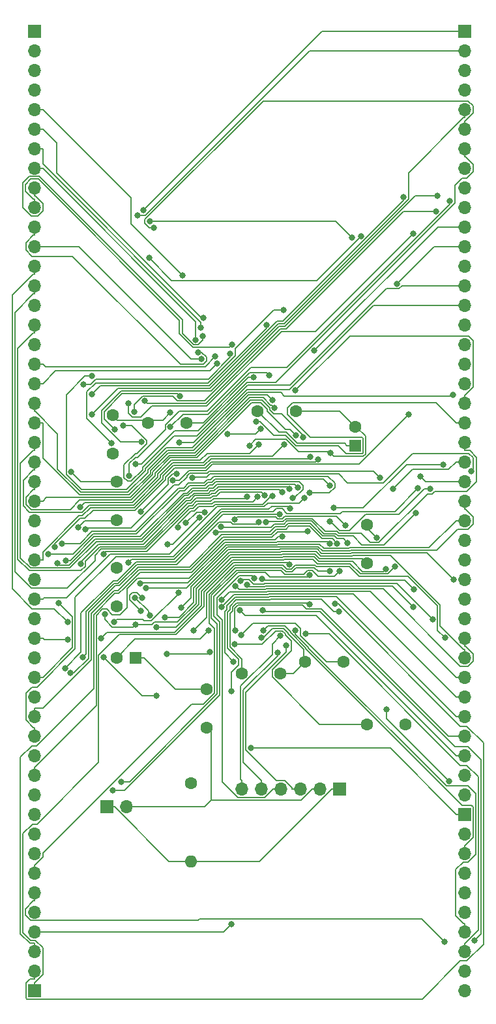
<source format=gbr>
%TF.GenerationSoftware,KiCad,Pcbnew,6.0.11-2627ca5db0~126~ubuntu22.04.1*%
%TF.CreationDate,2023-04-21T14:54:41-05:00*%
%TF.ProjectId,xc2c128_breakout,78633263-3132-4385-9f62-7265616b6f75,rev?*%
%TF.SameCoordinates,Original*%
%TF.FileFunction,Copper,L2,Bot*%
%TF.FilePolarity,Positive*%
%FSLAX46Y46*%
G04 Gerber Fmt 4.6, Leading zero omitted, Abs format (unit mm)*
G04 Created by KiCad (PCBNEW 6.0.11-2627ca5db0~126~ubuntu22.04.1) date 2023-04-21 14:54:41*
%MOMM*%
%LPD*%
G01*
G04 APERTURE LIST*
%TA.AperFunction,ComponentPad*%
%ADD10C,1.600000*%
%TD*%
%TA.AperFunction,ComponentPad*%
%ADD11R,1.700000X1.700000*%
%TD*%
%TA.AperFunction,ComponentPad*%
%ADD12O,1.700000X1.700000*%
%TD*%
%TA.AperFunction,ComponentPad*%
%ADD13O,1.600000X1.600000*%
%TD*%
%TA.AperFunction,ComponentPad*%
%ADD14R,1.600000X1.600000*%
%TD*%
%TA.AperFunction,ViaPad*%
%ADD15C,0.800000*%
%TD*%
%TA.AperFunction,Conductor*%
%ADD16C,0.180000*%
%TD*%
G04 APERTURE END LIST*
D10*
%TO.P,C7,1*%
%TO.N,GND*%
X67056000Y-110276000D03*
%TO.P,C7,2*%
%TO.N,CPLD_1.8V*%
X67056000Y-115276000D03*
%TD*%
%TO.P,C8,1*%
%TO.N,+3.3V*%
X76668000Y-111252000D03*
%TO.P,C8,2*%
%TO.N,GND*%
X71668000Y-111252000D03*
%TD*%
%TO.P,C11,1*%
%TO.N,GND*%
X105116000Y-150368000D03*
%TO.P,C11,2*%
%TO.N,CPLD_1.8V*%
X100116000Y-150368000D03*
%TD*%
%TO.P,C4,1*%
%TO.N,+3.3V*%
X67564000Y-130088000D03*
%TO.P,C4,2*%
%TO.N,GND*%
X67564000Y-135088000D03*
%TD*%
%TO.P,C5,1*%
%TO.N,GND*%
X100076000Y-124500000D03*
%TO.P,C5,2*%
%TO.N,CPLD_1.8V*%
X100076000Y-129500000D03*
%TD*%
%TO.P,C2,1*%
%TO.N,CPLD_1.8V*%
X79248000Y-145836000D03*
%TO.P,C2,2*%
%TO.N,GND*%
X79248000Y-150836000D03*
%TD*%
D11*
%TO.P,J3,1,Pin_1*%
%TO.N,+3.3V*%
X96520000Y-158750000D03*
D12*
%TO.P,J3,2,Pin_2*%
%TO.N,GND*%
X93980000Y-158750000D03*
%TO.P,J3,3,Pin_3*%
%TO.N,Net-(J3-Pad3)*%
X91440000Y-158750000D03*
%TO.P,J3,4,Pin_4*%
%TO.N,Net-(J3-Pad4)*%
X88900000Y-158750000D03*
%TO.P,J3,5,Pin_5*%
%TO.N,Net-(J3-Pad5)*%
X86360000Y-158750000D03*
%TO.P,J3,6,Pin_6*%
%TO.N,Net-(J3-Pad6)*%
X83820000Y-158750000D03*
%TD*%
D10*
%TO.P,R1,1*%
%TO.N,Net-(R1-Pad1)*%
X77216000Y-157988000D03*
D13*
%TO.P,R1,2*%
%TO.N,+3.3V*%
X77216000Y-168148000D03*
%TD*%
D12*
%TO.P,J6,40,Pin_40*%
%TO.N,P128*%
X56896000Y-85852000D03*
%TO.P,J6,39,Pin_39*%
%TO.N,P126*%
X56896000Y-88392000D03*
%TO.P,J6,38,Pin_38*%
%TO.N,P125*%
X56896000Y-90932000D03*
%TO.P,J6,37,Pin_37*%
%TO.N,P124*%
X56896000Y-93472000D03*
%TO.P,J6,36,Pin_36*%
%TO.N,P121*%
X56896000Y-96012000D03*
%TO.P,J6,35,Pin_35*%
%TO.N,P120*%
X56896000Y-98552000D03*
%TO.P,J6,34,Pin_34*%
%TO.N,P119*%
X56896000Y-101092000D03*
%TO.P,J6,33,Pin_33*%
%TO.N,P118*%
X56896000Y-103632000D03*
%TO.P,J6,32,Pin_32*%
%TO.N,P117*%
X56896000Y-106172000D03*
%TO.P,J6,31,Pin_31*%
%TO.N,P116*%
X56896000Y-108712000D03*
%TO.P,J6,30,Pin_30*%
%TO.N,P115*%
X56896000Y-111252000D03*
%TO.P,J6,29,Pin_29*%
%TO.N,P113*%
X56896000Y-113792000D03*
%TO.P,J6,28,Pin_28*%
%TO.N,P112*%
X56896000Y-116332000D03*
%TO.P,J6,27,Pin_27*%
%TO.N,P111*%
X56896000Y-118872000D03*
%TO.P,J6,26,Pin_26*%
%TO.N,P110*%
X56896000Y-121412000D03*
%TO.P,J6,25,Pin_25*%
%TO.N,P105*%
X56896000Y-123952000D03*
%TO.P,J6,24,Pin_24*%
%TO.N,P104*%
X56896000Y-126492000D03*
%TO.P,J6,23,Pin_23*%
%TO.N,P103*%
X56896000Y-129032000D03*
%TO.P,J6,22,Pin_22*%
%TO.N,P102*%
X56896000Y-131572000D03*
%TO.P,J6,21,Pin_21*%
%TO.N,P101*%
X56896000Y-134112000D03*
%TO.P,J6,20,Pin_20*%
%TO.N,P100*%
X56896000Y-136652000D03*
%TO.P,J6,19,Pin_19*%
%TO.N,P98*%
X56896000Y-139192000D03*
%TO.P,J6,18,Pin_18*%
%TO.N,P97*%
X56896000Y-141732000D03*
%TO.P,J6,17,Pin_17*%
%TO.N,P96*%
X56896000Y-144272000D03*
%TO.P,J6,16,Pin_16*%
%TO.N,P95*%
X56896000Y-146812000D03*
%TO.P,J6,15,Pin_15*%
%TO.N,P94*%
X56896000Y-149352000D03*
%TO.P,J6,14,Pin_14*%
%TO.N,P92*%
X56896000Y-151892000D03*
%TO.P,J6,13,Pin_13*%
%TO.N,P91*%
X56896000Y-154432000D03*
%TO.P,J6,12,Pin_12*%
%TO.N,P88*%
X56896000Y-156972000D03*
%TO.P,J6,11,Pin_11*%
%TO.N,P87*%
X56896000Y-159512000D03*
%TO.P,J6,10,Pin_10*%
%TO.N,P86*%
X56896000Y-162052000D03*
%TO.P,J6,9,Pin_9*%
%TO.N,P85*%
X56896000Y-164592000D03*
%TO.P,J6,8,Pin_8*%
%TO.N,P83*%
X56896000Y-167132000D03*
%TO.P,J6,7,Pin_7*%
%TO.N,P82*%
X56896000Y-169672000D03*
%TO.P,J6,6,Pin_6*%
%TO.N,P81*%
X56896000Y-172212000D03*
%TO.P,J6,5,Pin_5*%
%TO.N,P80*%
X56896000Y-174752000D03*
%TO.P,J6,4,Pin_4*%
%TO.N,P79*%
X56896000Y-177292000D03*
%TO.P,J6,3,Pin_3*%
%TO.N,P78*%
X56896000Y-179832000D03*
%TO.P,J6,2,Pin_2*%
%TO.N,P77*%
X56896000Y-182372000D03*
D11*
%TO.P,J6,1,Pin_1*%
%TO.N,P76*%
X56896000Y-184912000D03*
%TD*%
D10*
%TO.P,C6,1*%
%TO.N,+3.3V*%
X97068000Y-142240000D03*
%TO.P,C6,2*%
%TO.N,GND*%
X92068000Y-142240000D03*
%TD*%
D11*
%TO.P,J4,1,Pin_1*%
%TO.N,+3.3V*%
X66289000Y-161036000D03*
D12*
%TO.P,J4,2,Pin_2*%
%TO.N,GND*%
X68829000Y-161036000D03*
%TD*%
D11*
%TO.P,J2,1,Pin_1*%
%TO.N,P2*%
X112776000Y-60457000D03*
D12*
%TO.P,J2,2,Pin_2*%
%TO.N,P3*%
X112776000Y-62997000D03*
%TO.P,J2,3,Pin_3*%
%TO.N,P4*%
X112776000Y-65537000D03*
%TO.P,J2,4,Pin_4*%
%TO.N,P5*%
X112776000Y-68077000D03*
%TO.P,J2,5,Pin_5*%
%TO.N,P6*%
X112776000Y-70617000D03*
%TO.P,J2,6,Pin_6*%
%TO.N,P7*%
X112776000Y-73157000D03*
%TO.P,J2,7,Pin_7*%
%TO.N,P9*%
X112776000Y-75697000D03*
%TO.P,J2,8,Pin_8*%
%TO.N,P10*%
X112776000Y-78237000D03*
%TO.P,J2,9,Pin_9*%
%TO.N,P11*%
X112776000Y-80777000D03*
%TO.P,J2,10,Pin_10*%
%TO.N,P12*%
X112776000Y-83317000D03*
%TO.P,J2,11,Pin_11*%
%TO.N,P13*%
X112776000Y-85857000D03*
%TO.P,J2,12,Pin_12*%
%TO.N,P14*%
X112776000Y-88397000D03*
%TO.P,J2,13,Pin_13*%
%TO.N,P15*%
X112776000Y-90937000D03*
%TO.P,J2,14,Pin_14*%
%TO.N,P16*%
X112776000Y-93477000D03*
%TO.P,J2,15,Pin_15*%
%TO.N,P17*%
X112776000Y-96017000D03*
%TO.P,J2,16,Pin_16*%
%TO.N,P19*%
X112776000Y-98557000D03*
%TO.P,J2,17,Pin_17*%
%TO.N,P21*%
X112776000Y-101097000D03*
%TO.P,J2,18,Pin_18*%
%TO.N,P22*%
X112776000Y-103637000D03*
%TO.P,J2,19,Pin_19*%
%TO.N,P23*%
X112776000Y-106177000D03*
%TO.P,J2,20,Pin_20*%
%TO.N,P24*%
X112776000Y-108717000D03*
%TO.P,J2,21,Pin_21*%
%TO.N,P25*%
X112776000Y-111257000D03*
%TO.P,J2,22,Pin_22*%
%TO.N,P26*%
X112776000Y-113797000D03*
%TO.P,J2,23,Pin_23*%
%TO.N,P28*%
X112776000Y-116337000D03*
%TO.P,J2,24,Pin_24*%
%TO.N,P30*%
X112776000Y-118877000D03*
%TO.P,J2,25,Pin_25*%
%TO.N,P32*%
X112776000Y-121417000D03*
%TO.P,J2,26,Pin_26*%
%TO.N,P35*%
X112776000Y-123957000D03*
%TO.P,J2,27,Pin_27*%
%TO.N,P38*%
X112776000Y-126497000D03*
%TO.P,J2,28,Pin_28*%
%TO.N,P39*%
X112776000Y-129037000D03*
%TO.P,J2,29,Pin_29*%
%TO.N,P40*%
X112776000Y-131577000D03*
%TO.P,J2,30,Pin_30*%
%TO.N,P41*%
X112776000Y-134117000D03*
%TO.P,J2,31,Pin_31*%
%TO.N,P43*%
X112776000Y-136657000D03*
%TO.P,J2,32,Pin_32*%
%TO.N,P45*%
X112776000Y-139197000D03*
%TO.P,J2,33,Pin_33*%
%TO.N,P49*%
X112776000Y-141737000D03*
%TO.P,J2,34,Pin_34*%
%TO.N,P50*%
X112776000Y-144277000D03*
%TO.P,J2,35,Pin_35*%
%TO.N,P51*%
X112776000Y-146817000D03*
%TO.P,J2,36,Pin_36*%
%TO.N,P52*%
X112776000Y-149357000D03*
%TO.P,J2,37,Pin_37*%
%TO.N,P53*%
X112776000Y-151897000D03*
%TO.P,J2,38,Pin_38*%
%TO.N,P54*%
X112776000Y-154437000D03*
%TO.P,J2,39,Pin_39*%
%TO.N,P56*%
X112776000Y-156977000D03*
%TO.P,J2,40,Pin_40*%
%TO.N,P57*%
X112776000Y-159517000D03*
%TD*%
D10*
%TO.P,C9,1*%
%TO.N,GND*%
X67564000Y-123912000D03*
%TO.P,C9,2*%
%TO.N,CPLD_1.8V*%
X67564000Y-118912000D03*
%TD*%
D14*
%TO.P,C3,1*%
%TO.N,CPLD_1.8V*%
X70064000Y-141732000D03*
D10*
%TO.P,C3,2*%
%TO.N,GND*%
X67564000Y-141732000D03*
%TD*%
D14*
%TO.P,C12,1*%
%TO.N,+3.3V*%
X98552000Y-114260000D03*
D10*
%TO.P,C12,2*%
%TO.N,GND*%
X98552000Y-111760000D03*
%TD*%
D12*
%TO.P,J1,10,Pin_10*%
%TO.N,P74*%
X112776000Y-184912000D03*
%TO.P,J1,9,Pin_9*%
%TO.N,P71*%
X112776000Y-182372000D03*
%TO.P,J1,8,Pin_8*%
%TO.N,P70*%
X112776000Y-179832000D03*
%TO.P,J1,7,Pin_7*%
%TO.N,P69*%
X112776000Y-177292000D03*
%TO.P,J1,6,Pin_6*%
%TO.N,P68*%
X112776000Y-174752000D03*
%TO.P,J1,5,Pin_5*%
%TO.N,P64*%
X112776000Y-172212000D03*
%TO.P,J1,4,Pin_4*%
%TO.N,P61*%
X112776000Y-169672000D03*
%TO.P,J1,3,Pin_3*%
%TO.N,P60*%
X112776000Y-167132000D03*
%TO.P,J1,2,Pin_2*%
%TO.N,P59*%
X112776000Y-164592000D03*
D11*
%TO.P,J1,1,Pin_1*%
%TO.N,P58*%
X112776000Y-162052000D03*
%TD*%
D10*
%TO.P,C1,2*%
%TO.N,GND*%
X88860000Y-143764000D03*
%TO.P,C1,1*%
%TO.N,+3.3V*%
X83860000Y-143764000D03*
%TD*%
D12*
%TO.P,J5,10,Pin_10*%
%TO.N,P129*%
X56896000Y-83317000D03*
%TO.P,J5,9,Pin_9*%
%TO.N,P130*%
X56896000Y-80777000D03*
%TO.P,J5,8,Pin_8*%
%TO.N,P131*%
X56896000Y-78237000D03*
%TO.P,J5,7,Pin_7*%
%TO.N,P132*%
X56896000Y-75697000D03*
%TO.P,J5,6,Pin_6*%
%TO.N,P133*%
X56896000Y-73157000D03*
%TO.P,J5,5,Pin_5*%
%TO.N,P134*%
X56896000Y-70617000D03*
%TO.P,J5,4,Pin_4*%
%TO.N,P136*%
X56896000Y-68077000D03*
%TO.P,J5,3,Pin_3*%
%TO.N,P138*%
X56896000Y-65537000D03*
%TO.P,J5,2,Pin_2*%
%TO.N,P140*%
X56896000Y-62997000D03*
D11*
%TO.P,J5,1,Pin_1*%
%TO.N,P143*%
X56896000Y-60457000D03*
%TD*%
D10*
%TO.P,C10,1*%
%TO.N,+3.3V*%
X85892000Y-109728000D03*
%TO.P,C10,2*%
%TO.N,GND*%
X90892000Y-109728000D03*
%TD*%
D15*
%TO.N,P128*%
X78170200Y-102109900D03*
%TO.N,P126*%
X78603500Y-103020500D03*
%TO.N,P125*%
X61205600Y-137114100D03*
X67233700Y-137114100D03*
X75631100Y-133329100D03*
%TO.N,P124*%
X84562000Y-120866900D03*
%TO.N,P121*%
X65866900Y-128312400D03*
X85882600Y-120866800D03*
%TO.N,P120*%
X86832800Y-120685000D03*
%TO.N,P119*%
X62819200Y-122196700D03*
X86043400Y-114111700D03*
%TO.N,P118*%
X80390800Y-102677600D03*
%TO.N,P117*%
X80594000Y-103627800D03*
%TO.N,P116*%
X87828200Y-108334500D03*
%TO.N,P115*%
X88103600Y-109349800D03*
%TO.N,P113*%
X90062000Y-119881800D03*
%TO.N,P112*%
X89341800Y-114083900D03*
%TO.N,P111*%
X90875900Y-112872700D03*
%TO.N,P110*%
X91826100Y-113121800D03*
%TO.N,P105*%
X59548100Y-127387800D03*
X93722900Y-116027900D03*
%TO.N,P104*%
X58675600Y-128271600D03*
X95262500Y-119418700D03*
%TO.N,P103*%
X92768700Y-115697800D03*
%TO.N,P102*%
X60464800Y-126930700D03*
X92675800Y-120384500D03*
%TO.N,P101*%
X91987000Y-121042700D03*
%TO.N,P100*%
X59896500Y-129467400D03*
X91112400Y-119646700D03*
%TO.N,P98*%
X61209200Y-139415600D03*
X65563000Y-139218700D03*
X103751200Y-129948100D03*
X110026200Y-116671800D03*
X95817900Y-122333900D03*
%TO.N,P97*%
X101798400Y-118411200D03*
X63533300Y-125085400D03*
%TO.N,P96*%
X60084800Y-134625000D03*
X60958000Y-129130600D03*
X90451600Y-121059000D03*
%TO.N,P95*%
X65893100Y-141716500D03*
X72738300Y-146689200D03*
X72738300Y-137793600D03*
X102526000Y-130245900D03*
X108326700Y-119855200D03*
X95277700Y-124076800D03*
%TO.N,P94*%
X92372400Y-125350400D03*
%TO.N,P92*%
X90071900Y-122400100D03*
%TO.N,P91*%
X62891600Y-129617700D03*
X89111800Y-120301800D03*
%TO.N,P88*%
X95285400Y-126945100D03*
%TO.N,P87*%
X60890200Y-143087400D03*
X88791600Y-123108600D03*
%TO.N,P86*%
X61592100Y-143759100D03*
X96235500Y-126945100D03*
%TO.N,P85*%
X63208700Y-141674100D03*
X86040600Y-124184700D03*
%TO.N,P83*%
X68157300Y-157820200D03*
X96527800Y-130542500D03*
%TO.N,P82*%
X95298800Y-130552400D03*
%TO.N,P81*%
X110198100Y-178623700D03*
%TO.N,P80*%
X67057100Y-158921700D03*
X92640800Y-131060400D03*
%TO.N,P79*%
X82478600Y-176283500D03*
X82478600Y-146071100D03*
X96469000Y-135790100D03*
%TO.N,P78*%
X89114300Y-126039400D03*
%TO.N,P77*%
X95910400Y-134760100D03*
%TO.N,P76*%
X89984500Y-129630400D03*
%TO.N,P129*%
X82572700Y-101139600D03*
X86257600Y-112055100D03*
X81982200Y-112722100D03*
%TO.N,P130*%
X78766300Y-100043600D03*
%TO.N,P131*%
X77875400Y-100497500D03*
%TO.N,P132*%
X78521300Y-98923500D03*
%TO.N,P133*%
X78863000Y-97650800D03*
%TO.N,P134*%
X76123000Y-92147000D03*
%TO.N,Net-(J3-Pad6)*%
X88862400Y-138919400D03*
%TO.N,Net-(J3-Pad5)*%
X88467600Y-141072700D03*
%TO.N,Net-(J3-Pad4)*%
X85484500Y-131406900D03*
%TO.N,Net-(J3-Pad3)*%
X89562000Y-140192100D03*
%TO.N,P57*%
X110757000Y-157739600D03*
X102647700Y-148470600D03*
%TO.N,P54*%
X83591900Y-135597600D03*
%TO.N,P53*%
X82980500Y-138210000D03*
%TO.N,P52*%
X82781700Y-142265900D03*
%TO.N,P51*%
X81251600Y-135207300D03*
%TO.N,P50*%
X81251600Y-134257100D03*
%TO.N,P49*%
X73848400Y-136490100D03*
X74099700Y-141238800D03*
X79659000Y-140989100D03*
%TO.N,P45*%
X83033100Y-132439300D03*
%TO.N,P43*%
X110253300Y-139179700D03*
X77562000Y-138192500D03*
%TO.N,P41*%
X108630000Y-136768600D03*
X83705000Y-131767400D03*
%TO.N,P40*%
X111366800Y-131577000D03*
X76000000Y-135263500D03*
%TO.N,P39*%
X106089200Y-135149500D03*
X84541600Y-132274600D03*
%TO.N,P38*%
X106195600Y-132863800D03*
X86434700Y-131568500D03*
%TO.N,P35*%
X70604000Y-132088300D03*
%TO.N,P32*%
X71357100Y-132679000D03*
%TO.N,P30*%
X107083100Y-118263500D03*
X106713600Y-119785000D03*
X69086900Y-129422400D03*
%TO.N,P28*%
X70735000Y-135668800D03*
X70896400Y-133959300D03*
X71915800Y-85138600D03*
X98166100Y-87264100D03*
X103516200Y-119848000D03*
%TO.N,P26*%
X86990800Y-124127800D03*
X87811400Y-120789700D03*
X75526300Y-124850600D03*
%TO.N,P25*%
X85736300Y-111088500D03*
X82345200Y-102336700D03*
X63300300Y-106305500D03*
%TO.N,P24*%
X90809600Y-107086000D03*
X87023800Y-98584000D03*
X64372000Y-107593200D03*
%TO.N,P23*%
X97567400Y-126841300D03*
X80435300Y-125480700D03*
X78306100Y-123569000D03*
X74182700Y-127032000D03*
%TO.N,P22*%
X111250500Y-107636200D03*
X64344500Y-105224500D03*
%TO.N,P21*%
X104837000Y-81977200D03*
X64370900Y-110195300D03*
%TO.N,P19*%
X99297800Y-87052000D03*
X71780200Y-89877100D03*
%TO.N,P17*%
X67367600Y-112161600D03*
X75762400Y-107793500D03*
X75716800Y-113857000D03*
%TO.N,P16*%
X68454000Y-111596100D03*
%TO.N,P15*%
X106095700Y-86752800D03*
X69098500Y-108776500D03*
%TO.N,P14*%
X76557600Y-124286400D03*
X79029100Y-122853800D03*
X81110700Y-124795600D03*
X106479600Y-122935900D03*
X103993200Y-93245100D03*
%TO.N,P13*%
X66924200Y-113924600D03*
X89234700Y-96651700D03*
X93255900Y-101933300D03*
%TO.N,P12*%
X109052500Y-83831900D03*
X71221100Y-108453700D03*
%TO.N,P11*%
X110863300Y-82478600D03*
X69231100Y-118150800D03*
%TO.N,P10*%
X109262000Y-81845900D03*
X69844900Y-109840700D03*
%TO.N,P9*%
X70029200Y-116653600D03*
%TO.N,P7*%
X72426900Y-85971400D03*
%TO.N,P6*%
X70775600Y-113785900D03*
%TO.N,P5*%
X77377800Y-118438300D03*
X113671200Y-117525400D03*
%TO.N,P4*%
X105550100Y-110174100D03*
X74904700Y-118720100D03*
%TO.N,P3*%
X70326800Y-84364000D03*
%TO.N,P2*%
X71031200Y-83723900D03*
%TO.N,P70*%
X92151900Y-138658300D03*
%TO.N,P69*%
X90802900Y-138243100D03*
%TO.N,P61*%
X114108600Y-178418000D03*
X86562000Y-135595600D03*
%TO.N,P60*%
X86672100Y-138199900D03*
%TO.N,P58*%
X85062000Y-153477300D03*
%TO.N,CPLD_1.8V*%
X82944900Y-139987500D03*
X70020900Y-137460400D03*
X66027500Y-136095400D03*
X61685100Y-117659600D03*
X70750800Y-122778300D03*
X75414200Y-117885900D03*
%TO.N,GND*%
X74562000Y-109974400D03*
X84833300Y-114264600D03*
X95337000Y-115194100D03*
X86418200Y-139174000D03*
X62575100Y-124822700D03*
X74562000Y-111810400D03*
X87430800Y-105102900D03*
X101347600Y-126154100D03*
X79562000Y-138190400D03*
%TO.N,+3.3V*%
X92672600Y-134792600D03*
X71872400Y-136282200D03*
X69946200Y-133954400D03*
X85367600Y-105395300D03*
X83751000Y-138783300D03*
X82920800Y-123797700D03*
X97301600Y-124565000D03*
%TD*%
D16*
%TO.N,P128*%
X56896000Y-85852000D02*
X56896000Y-86942100D01*
X78600700Y-102109900D02*
X78170200Y-102109900D01*
X79243600Y-102752800D02*
X78600700Y-102109900D01*
X79243600Y-103285700D02*
X79243600Y-102752800D01*
X78868700Y-103660600D02*
X79243600Y-103285700D01*
X75853800Y-103660600D02*
X78868700Y-103660600D01*
X61855200Y-89662000D02*
X75853800Y-103660600D01*
X56598800Y-89662000D02*
X61855200Y-89662000D01*
X55790000Y-88853200D02*
X56598800Y-89662000D01*
X55790000Y-87911800D02*
X55790000Y-88853200D01*
X56759700Y-86942100D02*
X55790000Y-87911800D01*
X56896000Y-86942100D02*
X56759700Y-86942100D01*
%TO.N,P126*%
X77276300Y-103020500D02*
X78603500Y-103020500D01*
X62647800Y-88392000D02*
X77276300Y-103020500D01*
X56896000Y-88392000D02*
X62647800Y-88392000D01*
%TO.N,P125*%
X56896000Y-90932000D02*
X56896000Y-92022100D01*
X75631100Y-133434400D02*
X75631100Y-133329100D01*
X72086300Y-136979200D02*
X75631100Y-133434400D01*
X71181300Y-136979200D02*
X72086300Y-136979200D01*
X70997200Y-136795100D02*
X71181300Y-136979200D01*
X67552700Y-136795100D02*
X70997200Y-136795100D01*
X67233700Y-137114100D02*
X67552700Y-136795100D01*
X59473500Y-135382000D02*
X61205600Y-137114100D01*
X56617300Y-135382000D02*
X59473500Y-135382000D01*
X54057700Y-132822400D02*
X56617300Y-135382000D01*
X54057700Y-94724100D02*
X54057700Y-132822400D01*
X56759700Y-92022100D02*
X54057700Y-94724100D01*
X56896000Y-92022100D02*
X56759700Y-92022100D01*
%TO.N,P124*%
X56896000Y-93472000D02*
X56896000Y-94562100D01*
X84339100Y-121089800D02*
X84562000Y-120866900D01*
X80223400Y-121089800D02*
X84339100Y-121089800D01*
X79820600Y-121492600D02*
X80223400Y-121089800D01*
X77955100Y-121492600D02*
X79820600Y-121492600D01*
X77398300Y-122049400D02*
X77955100Y-121492600D01*
X76955300Y-122049400D02*
X77398300Y-122049400D01*
X71332500Y-127672200D02*
X76955300Y-122049400D01*
X65554500Y-127672200D02*
X71332500Y-127672200D01*
X64755800Y-128470900D02*
X65554500Y-127672200D01*
X64755800Y-129125700D02*
X64755800Y-128470900D01*
X61191300Y-132690200D02*
X64755800Y-129125700D01*
X56462800Y-132690200D02*
X61191300Y-132690200D01*
X54387900Y-130615300D02*
X56462800Y-132690200D01*
X54387900Y-96957200D02*
X54387900Y-130615300D01*
X56783000Y-94562100D02*
X54387900Y-96957200D01*
X56896000Y-94562100D02*
X56783000Y-94562100D01*
%TO.N,P121*%
X85242400Y-121507000D02*
X85882600Y-120866800D01*
X80273100Y-121507000D02*
X85242400Y-121507000D01*
X79957400Y-121822700D02*
X80273100Y-121507000D01*
X78091900Y-121822700D02*
X79957400Y-121822700D01*
X77535100Y-122379500D02*
X78091900Y-121822700D01*
X77092100Y-122379500D02*
X77535100Y-122379500D01*
X71469300Y-128002300D02*
X77092100Y-122379500D01*
X66177000Y-128002300D02*
X71469300Y-128002300D01*
X65866900Y-128312400D02*
X66177000Y-128002300D01*
%TO.N,P120*%
X56896000Y-98552000D02*
X56896000Y-99642100D01*
X86374500Y-120226700D02*
X86832800Y-120685000D01*
X81038200Y-120226700D02*
X86374500Y-120226700D01*
X80505200Y-120759700D02*
X81038200Y-120226700D01*
X80086600Y-120759700D02*
X80505200Y-120759700D01*
X79787200Y-121059100D02*
X80086600Y-120759700D01*
X77921700Y-121059100D02*
X79787200Y-121059100D01*
X77261500Y-121719300D02*
X77921700Y-121059100D01*
X76818500Y-121719300D02*
X77261500Y-121719300D01*
X71195700Y-127342100D02*
X76818500Y-121719300D01*
X65397800Y-127342100D02*
X71195700Y-127342100D01*
X63531700Y-129208200D02*
X65397800Y-127342100D01*
X63531700Y-129882900D02*
X63531700Y-129208200D01*
X62962000Y-130452600D02*
X63531700Y-129882900D01*
X56231100Y-130452600D02*
X62962000Y-130452600D01*
X54755700Y-128977200D02*
X56231100Y-130452600D01*
X54755700Y-101631600D02*
X54755700Y-128977200D01*
X56745200Y-99642100D02*
X54755700Y-101631600D01*
X56896000Y-99642100D02*
X56745200Y-99642100D01*
%TO.N,P119*%
X63408200Y-121607700D02*
X62819200Y-122196700D01*
X69615300Y-121607700D02*
X63408200Y-121607700D01*
X72944200Y-118278800D02*
X69615300Y-121607700D01*
X72944200Y-117907800D02*
X72944200Y-118278800D01*
X74704300Y-116147700D02*
X72944200Y-117907800D01*
X78457200Y-116147700D02*
X74704300Y-116147700D01*
X79329700Y-115275200D02*
X78457200Y-116147700D01*
X84879900Y-115275200D02*
X79329700Y-115275200D01*
X86043400Y-114111700D02*
X84879900Y-115275200D01*
%TO.N,P118*%
X56896000Y-103632000D02*
X57986100Y-103632000D01*
X79064100Y-104004300D02*
X80390800Y-102677600D01*
X58358400Y-104004300D02*
X79064100Y-104004300D01*
X57986100Y-103632000D02*
X58358400Y-104004300D01*
%TO.N,P117*%
X56896000Y-106172000D02*
X57986100Y-106172000D01*
X79709200Y-104512600D02*
X80594000Y-103627800D01*
X59645500Y-104512600D02*
X79709200Y-104512600D01*
X57986100Y-106172000D02*
X59645500Y-104512600D01*
%TO.N,P116*%
X56896000Y-108712000D02*
X56896000Y-109802100D01*
X57016900Y-109802100D02*
X56896000Y-109802100D01*
X59917900Y-112703100D02*
X57016900Y-109802100D01*
X59917900Y-117303800D02*
X59917900Y-112703100D01*
X62901400Y-120287300D02*
X59917900Y-117303800D01*
X69068100Y-120287300D02*
X62901400Y-120287300D01*
X71623800Y-117731600D02*
X69068100Y-120287300D01*
X71623800Y-117360600D02*
X71623800Y-117731600D01*
X74157100Y-114827300D02*
X71623800Y-117360600D01*
X77571100Y-114827300D02*
X74157100Y-114827300D01*
X84712400Y-107686000D02*
X77571100Y-114827300D01*
X87179700Y-107686000D02*
X84712400Y-107686000D01*
X87828200Y-108334500D02*
X87179700Y-107686000D01*
%TO.N,P115*%
X56896000Y-111252000D02*
X57986100Y-111252000D01*
X57986100Y-115838900D02*
X57986100Y-111252000D01*
X62764600Y-120617400D02*
X57986100Y-115838900D01*
X69204900Y-120617400D02*
X62764600Y-120617400D01*
X71953900Y-117868400D02*
X69204900Y-120617400D01*
X71953900Y-117497400D02*
X71953900Y-117868400D01*
X74293900Y-115157400D02*
X71953900Y-117497400D01*
X77707900Y-115157400D02*
X74293900Y-115157400D01*
X84849200Y-108016100D02*
X77707900Y-115157400D01*
X86604600Y-108016100D02*
X84849200Y-108016100D01*
X87563100Y-108974600D02*
X86604600Y-108016100D01*
X87728400Y-108974600D02*
X87563100Y-108974600D01*
X88103600Y-109349800D02*
X87728400Y-108974600D01*
%TO.N,P113*%
X56896000Y-113792000D02*
X56896000Y-114882100D01*
X89746700Y-119566500D02*
X90062000Y-119881800D01*
X80764600Y-119566500D02*
X89746700Y-119566500D01*
X80231600Y-120099500D02*
X80764600Y-119566500D01*
X79813000Y-120099500D02*
X80231600Y-120099500D01*
X79513600Y-120398900D02*
X79813000Y-120099500D01*
X77648100Y-120398900D02*
X79513600Y-120398900D01*
X76987900Y-121059100D02*
X77648100Y-120398900D01*
X76544900Y-121059100D02*
X76987900Y-121059100D01*
X70922100Y-126681900D02*
X76544900Y-121059100D01*
X64922000Y-126681900D02*
X70922100Y-126681900D01*
X61481600Y-130122300D02*
X64922000Y-126681900D01*
X56380700Y-130122300D02*
X61481600Y-130122300D01*
X55086000Y-128827600D02*
X56380700Y-130122300D01*
X55086000Y-116555900D02*
X55086000Y-128827600D01*
X56759800Y-114882100D02*
X55086000Y-116555900D01*
X56896000Y-114882100D02*
X56759800Y-114882100D01*
%TO.N,P112*%
X56896000Y-116332000D02*
X56896000Y-117422100D01*
X56759700Y-117422100D02*
X56896000Y-117422100D01*
X55447100Y-118734700D02*
X56759700Y-117422100D01*
X55447100Y-122050500D02*
X55447100Y-118734700D01*
X56252100Y-122855500D02*
X55447100Y-122050500D01*
X63132600Y-122855500D02*
X56252100Y-122855500D01*
X64050300Y-121937800D02*
X63132600Y-122855500D01*
X69752100Y-121937800D02*
X64050300Y-121937800D01*
X73274300Y-118415600D02*
X69752100Y-121937800D01*
X73274300Y-118044600D02*
X73274300Y-118415600D01*
X74841100Y-116477800D02*
X73274300Y-118044600D01*
X78815600Y-116477800D02*
X74841100Y-116477800D01*
X79688100Y-115605300D02*
X78815600Y-116477800D01*
X87820400Y-115605300D02*
X79688100Y-115605300D01*
X89341800Y-114083900D02*
X87820400Y-115605300D01*
%TO.N,P111*%
X56896000Y-118872000D02*
X56896000Y-119962100D01*
X56759700Y-119962100D02*
X56896000Y-119962100D01*
X55781500Y-120940300D02*
X56759700Y-119962100D01*
X55781500Y-121846200D02*
X55781500Y-120940300D01*
X56460500Y-122525200D02*
X55781500Y-121846200D01*
X61554900Y-122525200D02*
X56460500Y-122525200D01*
X62802500Y-121277600D02*
X61554900Y-122525200D01*
X69478500Y-121277600D02*
X62802500Y-121277600D01*
X72614100Y-118142000D02*
X69478500Y-121277600D01*
X72614100Y-117771000D02*
X72614100Y-118142000D01*
X74567500Y-115817600D02*
X72614100Y-117771000D01*
X77981500Y-115817600D02*
X74567500Y-115817600D01*
X85122800Y-108676300D02*
X77981500Y-115817600D01*
X86321900Y-108676300D02*
X85122800Y-108676300D01*
X87133400Y-109487800D02*
X86321900Y-108676300D01*
X87133400Y-109763700D02*
X87133400Y-109487800D01*
X89508100Y-112138400D02*
X87133400Y-109763700D01*
X90141600Y-112138400D02*
X89508100Y-112138400D01*
X90875900Y-112872700D02*
X90141600Y-112138400D01*
%TO.N,P110*%
X56896000Y-121412000D02*
X57986100Y-121412000D01*
X58450600Y-120947500D02*
X57986100Y-121412000D01*
X69341700Y-120947500D02*
X58450600Y-120947500D01*
X72284000Y-118005200D02*
X69341700Y-120947500D01*
X72284000Y-117634200D02*
X72284000Y-118005200D01*
X74430700Y-115487500D02*
X72284000Y-117634200D01*
X77844700Y-115487500D02*
X74430700Y-115487500D01*
X84986000Y-108346200D02*
X77844700Y-115487500D01*
X86467800Y-108346200D02*
X84986000Y-108346200D01*
X87463400Y-109341800D02*
X86467800Y-108346200D01*
X87463500Y-109341800D02*
X87463400Y-109341800D01*
X87463500Y-109621400D02*
X87463500Y-109341800D01*
X87956300Y-110114200D02*
X87463500Y-109621400D01*
X89022700Y-110114200D02*
X87956300Y-110114200D01*
X91826100Y-112917600D02*
X89022700Y-110114200D01*
X91826100Y-113121800D02*
X91826100Y-112917600D01*
%TO.N,P105*%
X59548200Y-127387800D02*
X59548100Y-127387800D01*
X59548200Y-126942100D02*
X59548200Y-127387800D01*
X62830300Y-123660000D02*
X59548200Y-126942100D01*
X63461500Y-123660000D02*
X62830300Y-123660000D01*
X64498300Y-122623200D02*
X63461500Y-123660000D01*
X70000500Y-122623200D02*
X64498300Y-122623200D01*
X73934500Y-118689200D02*
X70000500Y-122623200D01*
X73934500Y-118318200D02*
X73934500Y-118689200D01*
X75114700Y-117138000D02*
X73934500Y-118318200D01*
X79089200Y-117138000D02*
X75114700Y-117138000D01*
X79889300Y-116337900D02*
X79089200Y-117138000D01*
X93412900Y-116337900D02*
X79889300Y-116337900D01*
X93722900Y-116027900D02*
X93412900Y-116337900D01*
%TO.N,P104*%
X61931600Y-128271600D02*
X58675600Y-128271600D01*
X64511600Y-125691600D02*
X61931600Y-128271600D01*
X70143500Y-125691600D02*
X64511600Y-125691600D01*
X75766300Y-120068800D02*
X70143500Y-125691600D01*
X76412500Y-120068800D02*
X75766300Y-120068800D01*
X77072700Y-119408600D02*
X76412500Y-120068800D01*
X79054900Y-119408600D02*
X77072700Y-119408600D01*
X79471100Y-118992400D02*
X79054900Y-119408600D01*
X79938000Y-118992400D02*
X79471100Y-118992400D01*
X80354200Y-118576200D02*
X79938000Y-118992400D01*
X94420000Y-118576200D02*
X80354200Y-118576200D01*
X95262500Y-119418700D02*
X94420000Y-118576200D01*
%TO.N,P103*%
X56896000Y-129032000D02*
X57986100Y-129032000D01*
X57986100Y-128037300D02*
X57986100Y-129032000D01*
X62693500Y-123329900D02*
X57986100Y-128037300D01*
X63125200Y-123329900D02*
X62693500Y-123329900D01*
X64162000Y-122293100D02*
X63125200Y-123329900D01*
X69863700Y-122293100D02*
X64162000Y-122293100D01*
X73604400Y-118552400D02*
X69863700Y-122293100D01*
X73604400Y-118181400D02*
X73604400Y-118552400D01*
X74977900Y-116807900D02*
X73604400Y-118181400D01*
X78952400Y-116807900D02*
X74977900Y-116807900D01*
X79824900Y-115935400D02*
X78952400Y-116807900D01*
X92531100Y-115935400D02*
X79824900Y-115935400D01*
X92768700Y-115697800D02*
X92531100Y-115935400D01*
%TO.N,P102*%
X60464800Y-126930600D02*
X60464800Y-126930700D01*
X62805700Y-126930600D02*
X60464800Y-126930600D01*
X64374800Y-125361500D02*
X62805700Y-126930600D01*
X70006700Y-125361500D02*
X64374800Y-125361500D01*
X75629500Y-119738700D02*
X70006700Y-125361500D01*
X76275600Y-119738700D02*
X75629500Y-119738700D01*
X76935800Y-119078500D02*
X76275600Y-119738700D01*
X78918100Y-119078500D02*
X76935800Y-119078500D01*
X79334300Y-118662300D02*
X78918100Y-119078500D01*
X79801200Y-118662300D02*
X79334300Y-118662300D01*
X80217400Y-118246100D02*
X79801200Y-118662300D01*
X95045700Y-118246100D02*
X80217400Y-118246100D01*
X95922000Y-119122400D02*
X95045700Y-118246100D01*
X95922000Y-119664500D02*
X95922000Y-119122400D01*
X95202000Y-120384500D02*
X95922000Y-119664500D01*
X92675800Y-120384500D02*
X95202000Y-120384500D01*
%TO.N,P101*%
X91330600Y-121699100D02*
X91987000Y-121042700D01*
X87191100Y-121699100D02*
X91330600Y-121699100D01*
X86723000Y-122167200D02*
X87191100Y-121699100D01*
X80621000Y-122167200D02*
X86723000Y-122167200D01*
X74455800Y-128332400D02*
X80621000Y-122167200D01*
X66752100Y-128332400D02*
X74455800Y-128332400D01*
X66752100Y-128332500D02*
X66752100Y-128332400D01*
X61099700Y-133984900D02*
X66752100Y-128332500D01*
X58113200Y-133984900D02*
X61099700Y-133984900D01*
X57986100Y-134112000D02*
X58113200Y-133984900D01*
X56896000Y-134112000D02*
X57986100Y-134112000D01*
%TO.N,P100*%
X90702100Y-119236400D02*
X91112400Y-119646700D01*
X80627800Y-119236400D02*
X90702100Y-119236400D01*
X80094900Y-119769300D02*
X80627800Y-119236400D01*
X79628000Y-119769300D02*
X80094900Y-119769300D01*
X79328500Y-120068800D02*
X79628000Y-119769300D01*
X77511300Y-120068800D02*
X79328500Y-120068800D01*
X76851100Y-120729000D02*
X77511300Y-120068800D01*
X76408100Y-120729000D02*
X76851100Y-120729000D01*
X70785300Y-126351800D02*
X76408100Y-120729000D01*
X64785200Y-126351800D02*
X70785300Y-126351800D01*
X61366300Y-129770700D02*
X64785200Y-126351800D01*
X60199800Y-129770700D02*
X61366300Y-129770700D01*
X59896500Y-129467400D02*
X60199800Y-129770700D01*
%TO.N,P98*%
X56896000Y-139192000D02*
X57986100Y-139192000D01*
X102812900Y-130886400D02*
X103751200Y-129948100D01*
X99229400Y-130886400D02*
X102812900Y-130886400D01*
X97908900Y-129565900D02*
X99229400Y-130886400D01*
X93662300Y-129565900D02*
X97908900Y-129565900D01*
X93086600Y-128990200D02*
X93662300Y-129565900D01*
X89341100Y-128990200D02*
X93086600Y-128990200D01*
X89264400Y-129066900D02*
X89341100Y-128990200D01*
X82623800Y-129066900D02*
X89264400Y-129066900D01*
X78583400Y-133107300D02*
X82623800Y-129066900D01*
X78583400Y-134986200D02*
X78583400Y-133107300D01*
X75135900Y-138433700D02*
X78583400Y-134986200D01*
X66348000Y-138433700D02*
X75135900Y-138433700D01*
X65563000Y-139218700D02*
X66348000Y-138433700D01*
X99606500Y-122333900D02*
X95817900Y-122333900D01*
X105268600Y-116671800D02*
X99606500Y-122333900D01*
X110026200Y-116671800D02*
X105268600Y-116671800D01*
X58209700Y-139415600D02*
X61209200Y-139415600D01*
X57986100Y-139192000D02*
X58209700Y-139415600D01*
%TO.N,P97*%
X63666600Y-124952100D02*
X63533300Y-125085400D01*
X69482300Y-124952100D02*
X63666600Y-124952100D01*
X75074100Y-119360300D02*
X69482300Y-124952100D01*
X75669000Y-119360300D02*
X75074100Y-119360300D01*
X76737700Y-118291600D02*
X75669000Y-119360300D01*
X76737700Y-118173200D02*
X76737700Y-118291600D01*
X77112700Y-117798200D02*
X76737700Y-118173200D01*
X79362800Y-117798200D02*
X77112700Y-117798200D01*
X79575100Y-117585900D02*
X79362800Y-117798200D01*
X100973100Y-117585900D02*
X79575100Y-117585900D01*
X101798400Y-118411200D02*
X100973100Y-117585900D01*
%TO.N,P96*%
X61863800Y-136404000D02*
X60084800Y-134625000D01*
X61863800Y-140394300D02*
X61863800Y-136404000D01*
X57986100Y-144272000D02*
X61863800Y-140394300D01*
X90654900Y-121059000D02*
X90451600Y-121059000D01*
X91777600Y-119936300D02*
X90654900Y-121059000D01*
X91777600Y-119394200D02*
X91777600Y-119936300D01*
X91289700Y-118906300D02*
X91777600Y-119394200D01*
X80491000Y-118906300D02*
X91289700Y-118906300D01*
X80074500Y-119322800D02*
X80491000Y-118906300D01*
X79607600Y-119322800D02*
X80074500Y-119322800D01*
X79191700Y-119738700D02*
X79607600Y-119322800D01*
X77374300Y-119738700D02*
X79191700Y-119738700D01*
X76714100Y-120398900D02*
X77374300Y-119738700D01*
X76271300Y-120398900D02*
X76714100Y-120398900D01*
X70648500Y-126021700D02*
X76271300Y-120398900D01*
X64648400Y-126021700D02*
X70648500Y-126021700D01*
X61539500Y-129130600D02*
X64648400Y-126021700D01*
X60958000Y-129130600D02*
X61539500Y-129130600D01*
X56896000Y-144272000D02*
X57986100Y-144272000D01*
%TO.N,P95*%
X70865800Y-146689200D02*
X65893100Y-141716500D01*
X72738300Y-146689200D02*
X70865800Y-146689200D01*
X95400000Y-124076800D02*
X95277700Y-124076800D01*
X96574600Y-125251400D02*
X95400000Y-124076800D01*
X97795400Y-125251400D02*
X96574600Y-125251400D01*
X99927300Y-123119500D02*
X97795400Y-125251400D01*
X104284400Y-123119500D02*
X99927300Y-123119500D01*
X107548600Y-119855300D02*
X104284400Y-123119500D01*
X107548600Y-119855200D02*
X107548600Y-119855300D01*
X108326700Y-119855200D02*
X107548600Y-119855200D01*
X102215600Y-130556300D02*
X102526000Y-130245900D01*
X99531100Y-130556300D02*
X102215600Y-130556300D01*
X98210600Y-129235800D02*
X99531100Y-130556300D01*
X93799100Y-129235800D02*
X98210600Y-129235800D01*
X93223400Y-128660100D02*
X93799100Y-129235800D01*
X89204300Y-128660100D02*
X93223400Y-128660100D01*
X89127600Y-128736800D02*
X89204300Y-128660100D01*
X82487000Y-128736800D02*
X89127600Y-128736800D01*
X78253300Y-132970500D02*
X82487000Y-128736800D01*
X78253300Y-134849400D02*
X78253300Y-132970500D01*
X75309100Y-137793600D02*
X78253300Y-134849400D01*
X72738300Y-137793600D02*
X75309100Y-137793600D01*
%TO.N,P94*%
X56896000Y-149352000D02*
X56896000Y-148261900D01*
X92323600Y-125399200D02*
X92372400Y-125350400D01*
X88467800Y-125399200D02*
X92323600Y-125399200D01*
X87771000Y-126096000D02*
X88467800Y-125399200D01*
X81392600Y-126096000D02*
X87771000Y-126096000D01*
X77175600Y-130313000D02*
X81392600Y-126096000D01*
X70502500Y-130313000D02*
X77175600Y-130313000D01*
X68264700Y-132550800D02*
X70502500Y-130313000D01*
X68264700Y-132550900D02*
X68264700Y-132550800D01*
X67741300Y-133074300D02*
X68264700Y-132550900D01*
X67209600Y-133074300D02*
X67741300Y-133074300D01*
X64262600Y-136021300D02*
X67209600Y-133074300D01*
X64262600Y-142024100D02*
X64262600Y-136021300D01*
X58024800Y-148261900D02*
X64262600Y-142024100D01*
X56896000Y-148261900D02*
X58024800Y-148261900D01*
%TO.N,P92*%
X56896000Y-151892000D02*
X56896000Y-150801900D01*
X89761900Y-122090100D02*
X90071900Y-122400100D01*
X87734000Y-122090100D02*
X89761900Y-122090100D01*
X87326800Y-122497300D02*
X87734000Y-122090100D01*
X81103100Y-122497300D02*
X87326800Y-122497300D01*
X74937900Y-128662500D02*
X81103100Y-122497300D01*
X67462500Y-128662500D02*
X74937900Y-128662500D01*
X62193900Y-133931100D02*
X67462500Y-128662500D01*
X62193900Y-140589800D02*
X62193900Y-133931100D01*
X57241700Y-145542000D02*
X62193900Y-140589800D01*
X56602100Y-145542000D02*
X57241700Y-145542000D01*
X55805600Y-146338500D02*
X56602100Y-145542000D01*
X55805600Y-149847800D02*
X55805600Y-146338500D01*
X56759700Y-150801900D02*
X55805600Y-149847800D01*
X56896000Y-150801900D02*
X56759700Y-150801900D01*
%TO.N,P91*%
X88706600Y-119896600D02*
X89111800Y-120301800D01*
X80901400Y-119896600D02*
X88706600Y-119896600D01*
X80368400Y-120429600D02*
X80901400Y-119896600D01*
X79949800Y-120429600D02*
X80368400Y-120429600D01*
X79650400Y-120729000D02*
X79949800Y-120429600D01*
X77784900Y-120729000D02*
X79650400Y-120729000D01*
X77124700Y-121389200D02*
X77784900Y-120729000D01*
X76681700Y-121389200D02*
X77124700Y-121389200D01*
X71058900Y-127012000D02*
X76681700Y-121389200D01*
X65247800Y-127012000D02*
X71058900Y-127012000D01*
X62891600Y-129368200D02*
X65247800Y-127012000D01*
X62891600Y-129617700D02*
X62891600Y-129368200D01*
%TO.N,P88*%
X56896000Y-156972000D02*
X56896000Y-155881900D01*
X95019800Y-126679500D02*
X95285400Y-126945100D01*
X88383500Y-126679500D02*
X95019800Y-126679500D01*
X88306800Y-126756200D02*
X88383500Y-126679500D01*
X81666200Y-126756200D02*
X88306800Y-126756200D01*
X77012300Y-131410100D02*
X81666200Y-126756200D01*
X70339200Y-131410100D02*
X77012300Y-131410100D01*
X68924900Y-132824400D02*
X70339200Y-131410100D01*
X68924900Y-135232100D02*
X68924900Y-132824400D01*
X68005900Y-136151100D02*
X68924900Y-135232100D01*
X66988500Y-136151100D02*
X68005900Y-136151100D01*
X66292700Y-135455300D02*
X66988500Y-136151100D01*
X65762400Y-135455300D02*
X66292700Y-135455300D01*
X64922800Y-136294900D02*
X65762400Y-135455300D01*
X64922800Y-147991400D02*
X64922800Y-136294900D01*
X57032300Y-155881900D02*
X64922800Y-147991400D01*
X56896000Y-155881900D02*
X57032300Y-155881900D01*
%TO.N,P87*%
X88742700Y-123157500D02*
X88791600Y-123108600D01*
X81376700Y-123157500D02*
X88742700Y-123157500D01*
X75211500Y-129322700D02*
X81376700Y-123157500D01*
X70092100Y-129322700D02*
X75211500Y-129322700D01*
X67660900Y-131753900D02*
X70092100Y-129322700D01*
X67129300Y-131753900D02*
X67660900Y-131753900D01*
X62943700Y-135939500D02*
X67129300Y-131753900D01*
X62943700Y-141034000D02*
X62943700Y-135939500D01*
X62943600Y-141034000D02*
X62943700Y-141034000D01*
X60890200Y-143087400D02*
X62943600Y-141034000D01*
%TO.N,P86*%
X95595400Y-126305000D02*
X96235500Y-126945100D01*
X94232500Y-126305000D02*
X95595400Y-126305000D01*
X92618300Y-124690800D02*
X94232500Y-126305000D01*
X89982300Y-124690800D02*
X92618300Y-124690800D01*
X89604000Y-125069100D02*
X89982300Y-124690800D01*
X88331000Y-125069100D02*
X89604000Y-125069100D01*
X87634200Y-125765900D02*
X88331000Y-125069100D01*
X81255800Y-125765900D02*
X87634200Y-125765900D01*
X77038800Y-129982900D02*
X81255800Y-125765900D01*
X70365700Y-129982900D02*
X77038800Y-129982900D01*
X67934600Y-132414000D02*
X70365700Y-129982900D01*
X67934600Y-132414100D02*
X67934600Y-132414000D01*
X67402900Y-132414100D02*
X67934600Y-132414100D01*
X63932500Y-135884500D02*
X67402900Y-132414100D01*
X63932500Y-141855600D02*
X63932500Y-135884500D01*
X62029000Y-143759100D02*
X63932500Y-141855600D01*
X61592100Y-143759100D02*
X62029000Y-143759100D01*
%TO.N,P85*%
X85787500Y-124437800D02*
X86040600Y-124184700D01*
X82655700Y-124437800D02*
X85787500Y-124437800D01*
X82373400Y-124155500D02*
X82655700Y-124437800D01*
X80845600Y-124155500D02*
X82373400Y-124155500D01*
X75348300Y-129652800D02*
X80845600Y-124155500D01*
X70228900Y-129652800D02*
X75348300Y-129652800D01*
X67797700Y-132084000D02*
X70228900Y-129652800D01*
X67266100Y-132084000D02*
X67797700Y-132084000D01*
X63602400Y-135747700D02*
X67266100Y-132084000D01*
X63602400Y-141280400D02*
X63602400Y-135747700D01*
X63208700Y-141674100D02*
X63602400Y-141280400D01*
%TO.N,P83*%
X95877800Y-131192500D02*
X96527800Y-130542500D01*
X93723000Y-131192500D02*
X95877800Y-131192500D01*
X92950800Y-130420300D02*
X93723000Y-131192500D01*
X92375700Y-130420300D02*
X92950800Y-130420300D01*
X91865300Y-130930700D02*
X92375700Y-130420300D01*
X89445800Y-130930700D02*
X91865300Y-130930700D01*
X88902400Y-130387300D02*
X89445800Y-130930700D01*
X83171000Y-130387300D02*
X88902400Y-130387300D01*
X79903800Y-133654500D02*
X83171000Y-130387300D01*
X79903800Y-136620500D02*
X79903800Y-133654500D01*
X80654200Y-137370900D02*
X79903800Y-136620500D01*
X80654200Y-146446400D02*
X80654200Y-137370900D01*
X69280400Y-157820200D02*
X80654200Y-146446400D01*
X68157300Y-157820200D02*
X69280400Y-157820200D01*
%TO.N,P82*%
X56896000Y-169672000D02*
X56896000Y-168581900D01*
X93715000Y-130552400D02*
X95298800Y-130552400D01*
X93252800Y-130090200D02*
X93715000Y-130552400D01*
X90896900Y-130090200D02*
X93252800Y-130090200D01*
X90386500Y-130600600D02*
X90896900Y-130090200D01*
X89582600Y-130600600D02*
X90386500Y-130600600D01*
X89039200Y-130057200D02*
X89582600Y-130600600D01*
X83034200Y-130057200D02*
X89039200Y-130057200D01*
X79573700Y-133517700D02*
X83034200Y-130057200D01*
X79573700Y-137272200D02*
X79573700Y-133517700D01*
X80299200Y-137997700D02*
X79573700Y-137272200D01*
X80299200Y-146334500D02*
X80299200Y-137997700D01*
X78856600Y-147777100D02*
X80299200Y-146334500D01*
X77295200Y-147777100D02*
X78856600Y-147777100D01*
X57986100Y-167086200D02*
X77295200Y-147777100D01*
X57986100Y-167628200D02*
X57986100Y-167086200D01*
X57032400Y-168581900D02*
X57986100Y-167628200D01*
X56896000Y-168581900D02*
X57032400Y-168581900D01*
%TO.N,P81*%
X56896000Y-172212000D02*
X56896000Y-173302100D01*
X56782900Y-173302100D02*
X56896000Y-173302100D01*
X55757100Y-174327900D02*
X56782900Y-173302100D01*
X55757100Y-175154900D02*
X55757100Y-174327900D01*
X56444400Y-175842200D02*
X55757100Y-175154900D01*
X78146600Y-175842200D02*
X56444400Y-175842200D01*
X78345400Y-175643400D02*
X78146600Y-175842200D01*
X107217800Y-175643400D02*
X78345400Y-175643400D01*
X110198100Y-178623700D02*
X107217800Y-175643400D01*
%TO.N,P80*%
X92440400Y-131260800D02*
X92640800Y-131060400D01*
X87453100Y-131260800D02*
X92440400Y-131260800D01*
X86909700Y-130717400D02*
X87453100Y-131260800D01*
X83307800Y-130717400D02*
X86909700Y-130717400D01*
X80233900Y-133791300D02*
X83307800Y-130717400D01*
X80233900Y-136367100D02*
X80233900Y-133791300D01*
X80984300Y-137117500D02*
X80233900Y-136367100D01*
X80984300Y-146583200D02*
X80984300Y-137117500D01*
X68645800Y-158921700D02*
X80984300Y-146583200D01*
X67057100Y-158921700D02*
X68645800Y-158921700D01*
%TO.N,P79*%
X81470100Y-177292000D02*
X82478600Y-176283500D01*
X56896000Y-177292000D02*
X81470100Y-177292000D01*
X95812300Y-135790100D02*
X96469000Y-135790100D01*
X94169400Y-134147200D02*
X95812300Y-135790100D01*
X87562700Y-134147200D02*
X94169400Y-134147200D01*
X87474800Y-134235100D02*
X87562700Y-134147200D01*
X83112700Y-134235100D02*
X87474800Y-134235100D01*
X82291300Y-135056500D02*
X83112700Y-134235100D01*
X82291300Y-135539800D02*
X82291300Y-135056500D01*
X81974600Y-135856500D02*
X82291300Y-135539800D01*
X81974600Y-140509300D02*
X81974600Y-135856500D01*
X83434400Y-141969100D02*
X81974600Y-140509300D01*
X83434400Y-142693500D02*
X83434400Y-141969100D01*
X82478600Y-143649300D02*
X83434400Y-142693500D01*
X82478600Y-146071100D02*
X82478600Y-143649300D01*
%TO.N,P78*%
X56896000Y-179832000D02*
X56896000Y-178741900D01*
X88556700Y-126039400D02*
X89114300Y-126039400D01*
X88170000Y-126426100D02*
X88556700Y-126039400D01*
X81529400Y-126426100D02*
X88170000Y-126426100D01*
X77312400Y-130643100D02*
X81529400Y-126426100D01*
X70639300Y-130643100D02*
X77312400Y-130643100D01*
X68594800Y-132687600D02*
X70639300Y-130643100D01*
X68594800Y-132687700D02*
X68594800Y-132687600D01*
X67878100Y-133404400D02*
X68594800Y-132687700D01*
X67346400Y-133404400D02*
X67878100Y-133404400D01*
X64592700Y-136158100D02*
X67346400Y-133404400D01*
X64592700Y-145777000D02*
X64592700Y-136158100D01*
X57207700Y-153162000D02*
X64592700Y-145777000D01*
X56602100Y-153162000D02*
X57207700Y-153162000D01*
X55096900Y-154667200D02*
X56602100Y-153162000D01*
X55096900Y-177546000D02*
X55096900Y-154667200D01*
X56292800Y-178741900D02*
X55096900Y-177546000D01*
X56896000Y-178741900D02*
X56292800Y-178741900D01*
%TO.N,P77*%
X56896000Y-182372000D02*
X56896000Y-183462100D01*
X96344300Y-134760100D02*
X95910400Y-134760100D01*
X112218800Y-150634600D02*
X96344300Y-134760100D01*
X113080200Y-150634600D02*
X112218800Y-150634600D01*
X115237000Y-152791400D02*
X113080200Y-150634600D01*
X115237000Y-178913600D02*
X115237000Y-152791400D01*
X113080200Y-181070400D02*
X115237000Y-178913600D01*
X112227600Y-181070400D02*
X113080200Y-181070400D01*
X107281200Y-186016800D02*
X112227600Y-181070400D01*
X55921700Y-186016800D02*
X107281200Y-186016800D01*
X55805800Y-185900900D02*
X55921700Y-186016800D01*
X55805800Y-183956200D02*
X55805800Y-185900900D01*
X56299900Y-183462100D02*
X55805800Y-183956200D01*
X56896000Y-183462100D02*
X56299900Y-183462100D01*
%TO.N,P76*%
X56896000Y-184912000D02*
X56896000Y-183821900D01*
X89751100Y-129397000D02*
X89984500Y-129630400D01*
X82760600Y-129397000D02*
X89751100Y-129397000D01*
X78913500Y-133244100D02*
X82760600Y-129397000D01*
X78913500Y-135123000D02*
X78913500Y-133244100D01*
X75272700Y-138763800D02*
X78913500Y-135123000D01*
X67888900Y-138763800D02*
X75272700Y-138763800D01*
X65252900Y-141399800D02*
X67888900Y-138763800D01*
X65252900Y-155289300D02*
X65252900Y-141399800D01*
X57220200Y-163322000D02*
X65252900Y-155289300D01*
X56624200Y-163322000D02*
X57220200Y-163322000D01*
X55427000Y-164519200D02*
X56624200Y-163322000D01*
X55427000Y-177409200D02*
X55427000Y-164519200D01*
X56414800Y-178397000D02*
X55427000Y-177409200D01*
X57039400Y-178397000D02*
X56414800Y-178397000D01*
X58006600Y-179364200D02*
X57039400Y-178397000D01*
X58006600Y-182847600D02*
X58006600Y-179364200D01*
X57032300Y-183821900D02*
X58006600Y-182847600D01*
X56896000Y-183821900D02*
X57032300Y-183821900D01*
%TO.N,P129*%
X85590600Y-112722100D02*
X81982200Y-112722100D01*
X86257600Y-112055100D02*
X85590600Y-112722100D01*
X56896000Y-83317000D02*
X56896000Y-82226900D01*
X82242600Y-101469700D02*
X82572700Y-101139600D01*
X77475400Y-101469700D02*
X82242600Y-101469700D01*
X75693200Y-99687500D02*
X77475400Y-101469700D01*
X75693200Y-97957400D02*
X75693200Y-99687500D01*
X57402500Y-79666700D02*
X75693200Y-97957400D01*
X56446600Y-79666700D02*
X57402500Y-79666700D01*
X55754400Y-80358900D02*
X56446600Y-79666700D01*
X55754400Y-81221600D02*
X55754400Y-80358900D01*
X56759700Y-82226900D02*
X55754400Y-81221600D01*
X56896000Y-82226900D02*
X56759700Y-82226900D01*
%TO.N,P130*%
X56896000Y-80777000D02*
X56896000Y-81867100D01*
X78766300Y-100558700D02*
X78766300Y-100043600D01*
X78185500Y-101139500D02*
X78766300Y-100558700D01*
X77612200Y-101139500D02*
X78185500Y-101139500D01*
X76139700Y-99667000D02*
X77612200Y-101139500D01*
X76139700Y-97911800D02*
X76139700Y-99667000D01*
X57555100Y-79327200D02*
X76139700Y-97911800D01*
X56242100Y-79327200D02*
X57555100Y-79327200D01*
X55422900Y-80146400D02*
X56242100Y-79327200D01*
X55422900Y-83392600D02*
X55422900Y-80146400D01*
X56517500Y-84487200D02*
X55422900Y-83392600D01*
X57341400Y-84487200D02*
X56517500Y-84487200D01*
X58022100Y-83806500D02*
X57341400Y-84487200D01*
X58022100Y-82856900D02*
X58022100Y-83806500D01*
X57032300Y-81867100D02*
X58022100Y-82856900D01*
X56896000Y-81867100D02*
X57032300Y-81867100D01*
%TO.N,P131*%
X56896000Y-78237000D02*
X57986100Y-78237000D01*
X77875400Y-98126300D02*
X77875400Y-100497500D01*
X57986100Y-78237000D02*
X77875400Y-98126300D01*
%TO.N,P132*%
X56896000Y-75697000D02*
X57986100Y-75697000D01*
X78521300Y-98215900D02*
X78521300Y-98923500D01*
X57986100Y-77680700D02*
X78521300Y-98215900D01*
X57986100Y-75697000D02*
X57986100Y-77680700D01*
%TO.N,P133*%
X56896000Y-73157000D02*
X57986100Y-73157000D01*
X78612700Y-97650800D02*
X78863000Y-97650800D01*
X59841200Y-78879300D02*
X78612700Y-97650800D01*
X59841200Y-75012100D02*
X59841200Y-78879300D01*
X57986100Y-73157000D02*
X59841200Y-75012100D01*
%TO.N,P134*%
X56896000Y-70617000D02*
X57986100Y-70617000D01*
X69409700Y-85433700D02*
X76123000Y-92147000D01*
X69409700Y-82040600D02*
X69409700Y-85433700D01*
X57986100Y-70617000D02*
X69409700Y-82040600D01*
%TO.N,Net-(J3-Pad6)*%
X83820000Y-158750000D02*
X83820000Y-157659900D01*
X87827500Y-139954300D02*
X88862400Y-138919400D01*
X87827500Y-141313700D02*
X87827500Y-139954300D01*
X83714400Y-145426800D02*
X87827500Y-141313700D01*
X83714400Y-157554300D02*
X83714400Y-145426800D01*
X83820000Y-157659900D02*
X83714400Y-157554300D01*
%TO.N,Net-(J3-Pad5)*%
X86360000Y-158750000D02*
X86360000Y-157659900D01*
X84044500Y-155344400D02*
X86360000Y-157659900D01*
X84044500Y-145953400D02*
X84044500Y-155344400D01*
X88467600Y-141530300D02*
X84044500Y-145953400D01*
X88467600Y-141072700D02*
X88467600Y-141530300D01*
%TO.N,Net-(J3-Pad4)*%
X88900000Y-158750000D02*
X87809900Y-158750000D01*
X85174400Y-131096800D02*
X85484500Y-131406900D01*
X83470200Y-131096800D02*
X85174400Y-131096800D01*
X80611500Y-133955500D02*
X83470200Y-131096800D01*
X80611500Y-136157800D02*
X80611500Y-133955500D01*
X81314400Y-136860700D02*
X80611500Y-136157800D01*
X81314400Y-157823200D02*
X81314400Y-136860700D01*
X83339700Y-159848500D02*
X81314400Y-157823200D01*
X86847700Y-159848500D02*
X83339700Y-159848500D01*
X87809900Y-158886300D02*
X86847700Y-159848500D01*
X87809900Y-158750000D02*
X87809900Y-158886300D01*
%TO.N,Net-(J3-Pad3)*%
X91440000Y-158750000D02*
X90349900Y-158750000D01*
X90349900Y-158613600D02*
X90349900Y-158750000D01*
X89396200Y-157659900D02*
X90349900Y-158613600D01*
X88315500Y-157659900D02*
X89396200Y-157659900D01*
X84374600Y-153719000D02*
X88315500Y-157659900D01*
X84374600Y-146227000D02*
X84374600Y-153719000D01*
X89562000Y-141039600D02*
X84374600Y-146227000D01*
X89562000Y-140192100D02*
X89562000Y-141039600D01*
%TO.N,P57*%
X102647700Y-149630300D02*
X110757000Y-157739600D01*
X102647700Y-148470600D02*
X102647700Y-149630300D01*
%TO.N,P54*%
X112776000Y-154437000D02*
X111685900Y-154437000D01*
X93484600Y-136235700D02*
X111685900Y-154437000D01*
X84230000Y-136235700D02*
X93484600Y-136235700D01*
X83591900Y-135597600D02*
X84230000Y-136235700D01*
%TO.N,P53*%
X112776000Y-151897000D02*
X111685900Y-151897000D01*
X110644700Y-151897000D02*
X111685900Y-151897000D01*
X94180400Y-135432700D02*
X110644700Y-151897000D01*
X92212100Y-135432700D02*
X94180400Y-135432700D01*
X91734800Y-134955400D02*
X92212100Y-135432700D01*
X83326200Y-134955400D02*
X91734800Y-134955400D01*
X82951700Y-135329900D02*
X83326200Y-134955400D01*
X82951700Y-138181200D02*
X82951700Y-135329900D01*
X82980500Y-138210000D02*
X82951700Y-138181200D01*
%TO.N,P52*%
X112776000Y-149357000D02*
X111685900Y-149357000D01*
X96146000Y-133817100D02*
X111685900Y-149357000D01*
X87425900Y-133817100D02*
X96146000Y-133817100D01*
X87338000Y-133905000D02*
X87425900Y-133817100D01*
X82975900Y-133905000D02*
X87338000Y-133905000D01*
X81891700Y-134989200D02*
X82975900Y-133905000D01*
X81891700Y-135472500D02*
X81891700Y-134989200D01*
X81644500Y-135719700D02*
X81891700Y-135472500D01*
X81644500Y-141128700D02*
X81644500Y-135719700D01*
X82781700Y-142265900D02*
X81644500Y-141128700D01*
%TO.N,P51*%
X112776000Y-146817000D02*
X111685900Y-146817000D01*
X81251600Y-135162400D02*
X81251600Y-135207300D01*
X82839100Y-133574900D02*
X81251600Y-135162400D01*
X87201200Y-133574900D02*
X82839100Y-133574900D01*
X87289100Y-133487000D02*
X87201200Y-133574900D01*
X98355900Y-133487000D02*
X87289100Y-133487000D01*
X111685900Y-146817000D02*
X98355900Y-133487000D01*
%TO.N,P50*%
X112776000Y-144277000D02*
X111685900Y-144277000D01*
X82263900Y-133244800D02*
X81251600Y-134257100D01*
X87064400Y-133244800D02*
X82263900Y-133244800D01*
X87152300Y-133156900D02*
X87064400Y-133244800D01*
X100565800Y-133156900D02*
X87152300Y-133156900D01*
X111685900Y-144277000D02*
X100565800Y-133156900D01*
%TO.N,P49*%
X112776000Y-141737000D02*
X112776000Y-140646900D01*
X79409300Y-141238800D02*
X79659000Y-140989100D01*
X74099700Y-141238800D02*
X79409300Y-141238800D01*
X112630600Y-140646900D02*
X112776000Y-140646900D01*
X109600200Y-137616500D02*
X112630600Y-140646900D01*
X109600200Y-134877600D02*
X109600200Y-137616500D01*
X103178900Y-128456300D02*
X109600200Y-134877600D01*
X98258400Y-128456300D02*
X103178900Y-128456300D01*
X98139100Y-128575600D02*
X98258400Y-128456300D01*
X94072700Y-128575600D02*
X98139100Y-128575600D01*
X93497000Y-127999900D02*
X94072700Y-128575600D01*
X88930700Y-127999900D02*
X93497000Y-127999900D01*
X88854000Y-128076600D02*
X88930700Y-127999900D01*
X82213400Y-128076600D02*
X88854000Y-128076600D01*
X77593100Y-132696900D02*
X82213400Y-128076600D01*
X77593100Y-134575800D02*
X77593100Y-132696900D01*
X75678800Y-136490100D02*
X77593100Y-134575800D01*
X73848400Y-136490100D02*
X75678800Y-136490100D01*
%TO.N,P45*%
X112776000Y-139197000D02*
X112776000Y-140287100D01*
X112912300Y-140287100D02*
X112776000Y-140287100D01*
X113873600Y-141248400D02*
X112912300Y-140287100D01*
X113873600Y-142227000D02*
X113873600Y-141248400D01*
X113242000Y-142858600D02*
X113873600Y-142227000D01*
X112228900Y-142858600D02*
X113242000Y-142858600D01*
X102197100Y-132826800D02*
X112228900Y-142858600D01*
X87015500Y-132826800D02*
X102197100Y-132826800D01*
X86927600Y-132914700D02*
X87015500Y-132826800D01*
X83508500Y-132914700D02*
X86927600Y-132914700D01*
X83033100Y-132439300D02*
X83508500Y-132914700D01*
%TO.N,P43*%
X109270100Y-138196500D02*
X110253300Y-139179700D01*
X109270100Y-135014400D02*
X109270100Y-138196500D01*
X105472200Y-131216500D02*
X109270100Y-135014400D01*
X99092600Y-131216500D02*
X105472200Y-131216500D01*
X97772100Y-129896000D02*
X99092600Y-131216500D01*
X93525500Y-129896000D02*
X97772100Y-129896000D01*
X93389600Y-129760100D02*
X93525500Y-129896000D01*
X90760100Y-129760100D02*
X93389600Y-129760100D01*
X90249700Y-130270500D02*
X90760100Y-129760100D01*
X89719400Y-130270500D02*
X90249700Y-130270500D01*
X89176000Y-129727100D02*
X89719400Y-130270500D01*
X82897400Y-129727100D02*
X89176000Y-129727100D01*
X79243600Y-133380900D02*
X82897400Y-129727100D01*
X79243600Y-136510900D02*
X79243600Y-133380900D01*
X77562000Y-138192500D02*
X79243600Y-136510900D01*
%TO.N,P41*%
X104014000Y-132152600D02*
X108630000Y-136768600D01*
X86755900Y-132152600D02*
X104014000Y-132152600D01*
X86699900Y-132208600D02*
X86755900Y-132152600D01*
X85381000Y-132208600D02*
X86699900Y-132208600D01*
X84769600Y-131597200D02*
X85381000Y-132208600D01*
X83875200Y-131597200D02*
X84769600Y-131597200D01*
X83705000Y-131767400D02*
X83875200Y-131597200D01*
%TO.N,P40*%
X107916000Y-128126200D02*
X111366800Y-131577000D01*
X98121600Y-128126200D02*
X107916000Y-128126200D01*
X98002300Y-128245500D02*
X98121600Y-128126200D01*
X94209500Y-128245500D02*
X98002300Y-128245500D01*
X93633800Y-127669800D02*
X94209500Y-128245500D01*
X88793900Y-127669800D02*
X93633800Y-127669800D01*
X88717200Y-127746500D02*
X88793900Y-127669800D01*
X82076600Y-127746500D02*
X88717200Y-127746500D01*
X77263000Y-132560100D02*
X82076600Y-127746500D01*
X77263000Y-134000500D02*
X77263000Y-132560100D01*
X76000000Y-135263500D02*
X77263000Y-134000500D01*
%TO.N,P39*%
X84805700Y-132538700D02*
X84541600Y-132274600D01*
X86836700Y-132538700D02*
X84805700Y-132538700D01*
X86892700Y-132482700D02*
X86836700Y-132538700D01*
X103422400Y-132482700D02*
X86892700Y-132482700D01*
X106089200Y-135149500D02*
X103422400Y-132482700D01*
%TO.N,P38*%
X105032300Y-131700500D02*
X106195600Y-132863800D01*
X86566700Y-131700500D02*
X105032300Y-131700500D01*
X86434700Y-131568500D02*
X86566700Y-131700500D01*
%TO.N,P35*%
X112776000Y-123957000D02*
X111685900Y-123957000D01*
X108176900Y-127466000D02*
X111685900Y-123957000D01*
X97848000Y-127466000D02*
X108176900Y-127466000D01*
X97728700Y-127585300D02*
X97848000Y-127466000D01*
X94483100Y-127585300D02*
X97728700Y-127585300D01*
X93907400Y-127009600D02*
X94483100Y-127585300D01*
X88520300Y-127009600D02*
X93907400Y-127009600D01*
X88443600Y-127086300D02*
X88520300Y-127009600D01*
X81803000Y-127086300D02*
X88443600Y-127086300D01*
X76850400Y-132038900D02*
X81803000Y-127086300D01*
X70653400Y-132038900D02*
X76850400Y-132038900D01*
X70604000Y-132088300D02*
X70653400Y-132038900D01*
%TO.N,P32*%
X112776000Y-121417000D02*
X112776000Y-122507100D01*
X112912300Y-122507100D02*
X112776000Y-122507100D01*
X113888700Y-123483500D02*
X112912300Y-122507100D01*
X113888700Y-124411000D02*
X113888700Y-123483500D01*
X113189500Y-125110200D02*
X113888700Y-124411000D01*
X111875100Y-125110200D02*
X113189500Y-125110200D01*
X109189200Y-127796100D02*
X111875100Y-125110200D01*
X97984800Y-127796100D02*
X109189200Y-127796100D01*
X97865500Y-127915400D02*
X97984800Y-127796100D01*
X94346300Y-127915400D02*
X97865500Y-127915400D01*
X93770600Y-127339700D02*
X94346300Y-127915400D01*
X88657100Y-127339700D02*
X93770600Y-127339700D01*
X88580400Y-127416400D02*
X88657100Y-127339700D01*
X81939800Y-127416400D02*
X88580400Y-127416400D01*
X76677300Y-132678900D02*
X81939800Y-127416400D01*
X76677300Y-132679000D02*
X76677300Y-132678900D01*
X71357100Y-132679000D02*
X76677300Y-132679000D01*
%TO.N,P30*%
X107696600Y-118877000D02*
X107083100Y-118263500D01*
X112776000Y-118877000D02*
X107696600Y-118877000D01*
X103709200Y-122789400D02*
X106713600Y-119785000D01*
X96888700Y-122789400D02*
X103709200Y-122789400D01*
X96637800Y-123040300D02*
X96888700Y-122789400D01*
X89681300Y-123040300D02*
X96637800Y-123040300D01*
X89061200Y-122420200D02*
X89681300Y-123040300D01*
X88337600Y-122420200D02*
X89061200Y-122420200D01*
X87930400Y-122827400D02*
X88337600Y-122420200D01*
X81239900Y-122827400D02*
X87930400Y-122827400D01*
X75074700Y-128992600D02*
X81239900Y-122827400D01*
X69516700Y-128992600D02*
X75074700Y-128992600D01*
X69086900Y-129422400D02*
X69516700Y-128992600D01*
%TO.N,P28*%
X96040600Y-85138600D02*
X71915800Y-85138600D01*
X98166100Y-87264100D02*
X96040600Y-85138600D01*
X112776000Y-116337000D02*
X111685900Y-116337000D01*
X69305900Y-134239700D02*
X70735000Y-135668800D01*
X69305900Y-133660900D02*
X69305900Y-134239700D01*
X69657000Y-133309800D02*
X69305900Y-133660900D01*
X70246900Y-133309800D02*
X69657000Y-133309800D01*
X70896400Y-133959300D02*
X70246900Y-133309800D01*
X110711000Y-117311900D02*
X111685900Y-116337000D01*
X106052300Y-117311900D02*
X110711000Y-117311900D01*
X103516200Y-119848000D02*
X106052300Y-117311900D01*
%TO.N,P26*%
X112776000Y-113797000D02*
X112776000Y-114887100D01*
X113457300Y-114887100D02*
X112776000Y-114887100D01*
X114311300Y-115741100D02*
X113457300Y-114887100D01*
X114311300Y-118893300D02*
X114311300Y-115741100D01*
X113026400Y-120178200D02*
X114311300Y-118893300D01*
X108909000Y-120178200D02*
X113026400Y-120178200D01*
X108591900Y-120495300D02*
X108909000Y-120178200D01*
X107956100Y-120495300D02*
X108591900Y-120495300D01*
X101645600Y-126805800D02*
X107956100Y-120495300D01*
X100545000Y-126805800D02*
X101645600Y-126805800D01*
X99320700Y-125581500D02*
X100545000Y-126805800D01*
X96437800Y-125581500D02*
X99320700Y-125581500D01*
X96171000Y-125314700D02*
X96437800Y-125581500D01*
X94642900Y-125314700D02*
X96171000Y-125314700D01*
X93028700Y-123700500D02*
X94642900Y-125314700D01*
X89571900Y-123700500D02*
X93028700Y-123700500D01*
X89193600Y-124078800D02*
X89571900Y-123700500D01*
X87039800Y-124078800D02*
X89193600Y-124078800D01*
X86990800Y-124127800D02*
X87039800Y-124078800D01*
X75526400Y-124850600D02*
X75526300Y-124850600D01*
X75526400Y-124412100D02*
X75526400Y-124850600D01*
X77228900Y-122709600D02*
X75526400Y-124412100D01*
X77671900Y-122709600D02*
X77228900Y-122709600D01*
X78228700Y-122152800D02*
X77671900Y-122709600D01*
X80094200Y-122152800D02*
X78228700Y-122152800D01*
X80409900Y-121837100D02*
X80094200Y-122152800D01*
X86586200Y-121837100D02*
X80409900Y-121837100D01*
X87633600Y-120789700D02*
X86586200Y-121837100D01*
X87811400Y-120789700D02*
X87633600Y-120789700D01*
%TO.N,P25*%
X112776000Y-111257000D02*
X111685900Y-111257000D01*
X82345200Y-102781900D02*
X82345200Y-102336700D01*
X79541800Y-105585300D02*
X82345200Y-102781900D01*
X64889000Y-105585300D02*
X79541800Y-105585300D01*
X64168800Y-106305500D02*
X64889000Y-105585300D01*
X63300300Y-106305500D02*
X64168800Y-106305500D01*
X86196300Y-111088500D02*
X85736300Y-111088500D01*
X88023200Y-112915400D02*
X86196300Y-111088500D01*
X89546300Y-112915400D02*
X88023200Y-112915400D01*
X90890900Y-114260000D02*
X89546300Y-112915400D01*
X96342400Y-114260000D02*
X90890900Y-114260000D01*
X97382500Y-115300100D02*
X96342400Y-114260000D01*
X99472600Y-115300100D02*
X97382500Y-115300100D01*
X99592200Y-115180500D02*
X99472600Y-115300100D01*
X99592200Y-113255000D02*
X99592200Y-115180500D01*
X99463800Y-113126600D02*
X99592200Y-113255000D01*
X92755600Y-113126600D02*
X99463800Y-113126600D01*
X89811800Y-110182800D02*
X92755600Y-113126600D01*
X89811800Y-109337200D02*
X89811800Y-110182800D01*
X90480000Y-108669000D02*
X89811800Y-109337200D01*
X109097900Y-108669000D02*
X90480000Y-108669000D01*
X111685900Y-111257000D02*
X109097900Y-108669000D01*
%TO.N,P24*%
X112776000Y-108717000D02*
X112776000Y-107626900D01*
X97904100Y-99991500D02*
X90809600Y-107086000D01*
X113282500Y-99991500D02*
X97904100Y-99991500D01*
X113893300Y-100602300D02*
X113282500Y-99991500D01*
X113893300Y-106622500D02*
X113893300Y-100602300D01*
X112888900Y-107626900D02*
X113893300Y-106622500D01*
X112776000Y-107626900D02*
X112888900Y-107626900D01*
X65494900Y-106470300D02*
X64372000Y-107593200D01*
X79590600Y-106470300D02*
X65494900Y-106470300D01*
X87023800Y-99037100D02*
X79590600Y-106470300D01*
X87023800Y-98584000D02*
X87023800Y-99037100D01*
%TO.N,P23*%
X74843100Y-127032000D02*
X78306100Y-123569000D01*
X74182700Y-127032000D02*
X74843100Y-127032000D01*
X80480200Y-125435800D02*
X80435300Y-125480700D01*
X87497400Y-125435800D02*
X80480200Y-125435800D01*
X88194200Y-124739000D02*
X87497400Y-125435800D01*
X89467200Y-124739000D02*
X88194200Y-124739000D01*
X89845500Y-124360700D02*
X89467200Y-124739000D01*
X92755100Y-124360700D02*
X89845500Y-124360700D01*
X94369300Y-125974900D02*
X92755100Y-124360700D01*
X95897400Y-125974900D02*
X94369300Y-125974900D01*
X96227500Y-126305000D02*
X95897400Y-125974900D01*
X97031100Y-126305000D02*
X96227500Y-126305000D01*
X97567400Y-126841300D02*
X97031100Y-126305000D01*
%TO.N,P22*%
X63435300Y-105224500D02*
X64344500Y-105224500D01*
X61030000Y-107629800D02*
X63435300Y-105224500D01*
X61030000Y-117949000D02*
X61030000Y-107629800D01*
X63038200Y-119957200D02*
X61030000Y-117949000D01*
X68838600Y-119957200D02*
X63038200Y-119957200D01*
X71293700Y-117502100D02*
X68838600Y-119957200D01*
X71293700Y-117223800D02*
X71293700Y-117502100D01*
X74020300Y-114497200D02*
X71293700Y-117223800D01*
X77434300Y-114497200D02*
X74020300Y-114497200D01*
X84597000Y-107334500D02*
X77434300Y-114497200D01*
X88913900Y-107334500D02*
X84597000Y-107334500D01*
X89374300Y-107794900D02*
X88913900Y-107334500D01*
X111091800Y-107794900D02*
X89374300Y-107794900D01*
X111250500Y-107636200D02*
X111091800Y-107794900D01*
%TO.N,P21*%
X67765800Y-106800400D02*
X64370900Y-110195300D01*
X79727400Y-106800400D02*
X67765800Y-106800400D01*
X88432900Y-98094900D02*
X79727400Y-106800400D01*
X89174500Y-98094900D02*
X88432900Y-98094900D01*
X104837000Y-82432400D02*
X89174500Y-98094900D01*
X104837000Y-81977200D02*
X104837000Y-82432400D01*
%TO.N,P19*%
X93552400Y-92797400D02*
X99297800Y-87052000D01*
X74700500Y-92797400D02*
X93552400Y-92797400D01*
X71780200Y-89877100D02*
X74700500Y-92797400D01*
%TO.N,P17*%
X112776000Y-96017000D02*
X111685900Y-96017000D01*
X75452300Y-107483400D02*
X75762400Y-107793500D01*
X68305500Y-107483400D02*
X75452300Y-107483400D01*
X65962700Y-109826200D02*
X68305500Y-107483400D01*
X65962700Y-110756700D02*
X65962700Y-109826200D01*
X67367600Y-112161600D02*
X65962700Y-110756700D01*
X77607600Y-113857000D02*
X75716800Y-113857000D01*
X84521300Y-106943300D02*
X77607600Y-113857000D01*
X90032800Y-106943300D02*
X84521300Y-106943300D01*
X100959100Y-96017000D02*
X90032800Y-106943300D01*
X111685900Y-96017000D02*
X100959100Y-96017000D01*
%TO.N,P16*%
X69497400Y-111596100D02*
X68454000Y-111596100D01*
X71457200Y-113555900D02*
X69497400Y-111596100D01*
X71457200Y-114028900D02*
X71457200Y-113555900D01*
X70242700Y-115243400D02*
X71457200Y-114028900D01*
X70032300Y-115243400D02*
X70242700Y-115243400D01*
X68560400Y-116715300D02*
X70032300Y-115243400D01*
X68560400Y-118414500D02*
X68560400Y-116715300D01*
X68988900Y-118843000D02*
X68560400Y-118414500D01*
X69470800Y-118843000D02*
X68988900Y-118843000D01*
X70963600Y-117350200D02*
X69470800Y-118843000D01*
X70963600Y-117087000D02*
X70963600Y-117350200D01*
X75059800Y-112990800D02*
X70963600Y-117087000D01*
X78006900Y-112990800D02*
X75059800Y-112990800D01*
X84632100Y-106365600D02*
X78006900Y-112990800D01*
X90143600Y-106365600D02*
X84632100Y-106365600D01*
X102624000Y-93885200D02*
X90143600Y-106365600D01*
X104258400Y-93885200D02*
X102624000Y-93885200D01*
X104666500Y-93477100D02*
X104258400Y-93885200D01*
X104666500Y-93477000D02*
X104666500Y-93477100D01*
X112776000Y-93477000D02*
X104666500Y-93477000D01*
%TO.N,P15*%
X69098500Y-110020400D02*
X69098500Y-108776500D01*
X69598900Y-110520800D02*
X69098500Y-110020400D01*
X70694000Y-110520800D02*
X69598900Y-110520800D01*
X72121000Y-109093800D02*
X70694000Y-110520800D01*
X79301600Y-109093800D02*
X72121000Y-109093800D01*
X88980100Y-99415300D02*
X79301600Y-109093800D01*
X93433200Y-99415300D02*
X88980100Y-99415300D01*
X106095700Y-86752800D02*
X93433200Y-99415300D01*
%TO.N,P14*%
X108841300Y-88397000D02*
X112776000Y-88397000D01*
X103993200Y-93245100D02*
X108841300Y-88397000D01*
X102279600Y-127135900D02*
X106479600Y-122935900D01*
X99460500Y-127135900D02*
X102279600Y-127135900D01*
X98299500Y-125974900D02*
X99460500Y-127135900D01*
X96364300Y-125974900D02*
X98299500Y-125974900D01*
X96034200Y-125644800D02*
X96364300Y-125974900D01*
X94506100Y-125644800D02*
X96034200Y-125644800D01*
X92891900Y-124030600D02*
X94506100Y-125644800D01*
X89708700Y-124030600D02*
X92891900Y-124030600D01*
X89330400Y-124408900D02*
X89708700Y-124030600D01*
X88057400Y-124408900D02*
X89330400Y-124408900D01*
X87638600Y-124827700D02*
X88057400Y-124408900D01*
X81142800Y-124827700D02*
X87638600Y-124827700D01*
X81110700Y-124795600D02*
X81142800Y-124827700D01*
X77994600Y-122853800D02*
X79029100Y-122853800D01*
X76562000Y-124286400D02*
X77994600Y-122853800D01*
X76557600Y-124286400D02*
X76562000Y-124286400D01*
%TO.N,P13*%
X109332200Y-85857000D02*
X93255900Y-101933300D01*
X112776000Y-85857000D02*
X109332200Y-85857000D01*
X63730800Y-110731200D02*
X66924200Y-113924600D01*
X63730800Y-107270000D02*
X63730800Y-110731200D01*
X64860600Y-106140200D02*
X63730800Y-107270000D01*
X79453800Y-106140200D02*
X64860600Y-106140200D01*
X82985300Y-102608700D02*
X79453800Y-106140200D01*
X82985300Y-101663900D02*
X82985300Y-102608700D01*
X87997500Y-96651700D02*
X82985300Y-101663900D01*
X89234700Y-96651700D02*
X87997500Y-96651700D01*
%TO.N,P12*%
X71531100Y-108763700D02*
X71221100Y-108453700D01*
X79164800Y-108763700D02*
X71531100Y-108763700D01*
X88843300Y-99085200D02*
X79164800Y-108763700D01*
X89584900Y-99085200D02*
X88843300Y-99085200D01*
X104838200Y-83831900D02*
X89584900Y-99085200D01*
X109052500Y-83831900D02*
X104838200Y-83831900D01*
%TO.N,P11*%
X69231100Y-116546100D02*
X69231100Y-118150800D01*
X70034000Y-115743200D02*
X69231100Y-116546100D01*
X70275000Y-115743200D02*
X70034000Y-115743200D01*
X73915100Y-112103100D02*
X70275000Y-115743200D01*
X73915100Y-111552000D02*
X73915100Y-112103100D01*
X75713100Y-109754000D02*
X73915100Y-111552000D01*
X79376100Y-109754000D02*
X75713100Y-109754000D01*
X84999900Y-104130200D02*
X79376100Y-109754000D01*
X89659500Y-104130200D02*
X84999900Y-104130200D01*
X110863300Y-82926400D02*
X89659500Y-104130200D01*
X110863300Y-82478600D02*
X110863300Y-82926400D01*
%TO.N,P10*%
X69845000Y-109840700D02*
X69844900Y-109840700D01*
X69845000Y-108907200D02*
X69845000Y-109840700D01*
X70938700Y-107813500D02*
X69845000Y-108907200D01*
X74877200Y-107813500D02*
X70938700Y-107813500D01*
X75497300Y-108433600D02*
X74877200Y-107813500D01*
X79028000Y-108433600D02*
X75497300Y-108433600D01*
X88706500Y-98755100D02*
X79028000Y-108433600D01*
X89448100Y-98755100D02*
X88706500Y-98755100D01*
X106357300Y-81845900D02*
X89448100Y-98755100D01*
X109262000Y-81845900D02*
X106357300Y-81845900D01*
%TO.N,P9*%
X112776000Y-75697000D02*
X112776000Y-76787100D01*
X70819800Y-116653600D02*
X70029200Y-116653600D01*
X75142800Y-112330600D02*
X70819800Y-116653600D01*
X78200200Y-112330600D02*
X75142800Y-112330600D01*
X84495300Y-106035500D02*
X78200200Y-112330600D01*
X88221100Y-106035500D02*
X84495300Y-106035500D01*
X111506300Y-82750300D02*
X88221100Y-106035500D01*
X111506300Y-80472600D02*
X111506300Y-82750300D01*
X112446000Y-79532900D02*
X111506300Y-80472600D01*
X113073500Y-79532900D02*
X112446000Y-79532900D01*
X113883300Y-78723100D02*
X113073500Y-79532900D01*
X113883300Y-77758100D02*
X113883300Y-78723100D01*
X112912300Y-76787100D02*
X113883300Y-77758100D01*
X112776000Y-76787100D02*
X112912300Y-76787100D01*
%TO.N,P7*%
X112776000Y-73157000D02*
X112776000Y-72066900D01*
X112888900Y-72066900D02*
X112776000Y-72066900D01*
X113876400Y-71079400D02*
X112888900Y-72066900D01*
X113876400Y-70131100D02*
X113876400Y-71079400D01*
X113257400Y-69512100D02*
X113876400Y-70131100D01*
X86637000Y-69512100D02*
X113257400Y-69512100D01*
X71232500Y-84916600D02*
X86637000Y-69512100D01*
X71232500Y-85394600D02*
X71232500Y-84916600D01*
X71809300Y-85971400D02*
X71232500Y-85394600D01*
X72426900Y-85971400D02*
X71809300Y-85971400D01*
%TO.N,P6*%
X112776000Y-70617000D02*
X112776000Y-71707100D01*
X68071100Y-113785900D02*
X70775600Y-113785900D01*
X65613700Y-111328500D02*
X68071100Y-113785900D01*
X65613700Y-109691000D02*
X65613700Y-111328500D01*
X68174200Y-107130500D02*
X65613700Y-109691000D01*
X79864200Y-107130500D02*
X68174200Y-107130500D01*
X88569700Y-98425000D02*
X79864200Y-107130500D01*
X89311300Y-98425000D02*
X88569700Y-98425000D01*
X105477100Y-82259200D02*
X89311300Y-98425000D01*
X105477100Y-78869500D02*
X105477100Y-82259200D01*
X112639500Y-71707100D02*
X105477100Y-78869500D01*
X112776000Y-71707100D02*
X112639500Y-71707100D01*
%TO.N,P5*%
X77483900Y-118332200D02*
X77377800Y-118438300D01*
X79295700Y-118332200D02*
X77483900Y-118332200D01*
X79711900Y-117916000D02*
X79295700Y-118332200D01*
X96429000Y-117916000D02*
X79711900Y-117916000D01*
X97567200Y-119054200D02*
X96429000Y-117916000D01*
X102254100Y-119054200D02*
X97567200Y-119054200D01*
X106061500Y-115246800D02*
X102254100Y-119054200D01*
X113301700Y-115246800D02*
X106061500Y-115246800D01*
X113866200Y-115811300D02*
X113301700Y-115246800D01*
X113866200Y-117330400D02*
X113866200Y-115811300D01*
X113671200Y-117525400D02*
X113866200Y-117330400D01*
%TO.N,P4*%
X75724000Y-118720100D02*
X74904700Y-118720100D01*
X75724000Y-118720000D02*
X75724000Y-118720100D01*
X76975900Y-117468100D02*
X75724000Y-118720000D01*
X79226000Y-117468100D02*
X76975900Y-117468100D01*
X80026000Y-116668100D02*
X79226000Y-117468100D01*
X99056100Y-116668100D02*
X80026000Y-116668100D01*
X105550100Y-110174100D02*
X99056100Y-116668100D01*
%TO.N,P3*%
X92685100Y-62997000D02*
X112776000Y-62997000D01*
X71318100Y-84364000D02*
X92685100Y-62997000D01*
X70326800Y-84364000D02*
X71318100Y-84364000D01*
%TO.N,P2*%
X94298100Y-60457000D02*
X71031200Y-83723900D01*
X112776000Y-60457000D02*
X94298100Y-60457000D01*
%TO.N,P70*%
X112776000Y-179832000D02*
X112776000Y-178741900D01*
X112879600Y-178741900D02*
X112776000Y-178741900D01*
X112879600Y-178741800D02*
X112879600Y-178741900D01*
X114567200Y-177054200D02*
X112879600Y-178741800D01*
X114567200Y-157200200D02*
X114567200Y-177054200D01*
X113074000Y-155707000D02*
X114567200Y-157200200D01*
X112229400Y-155707000D02*
X113074000Y-155707000D01*
X95180700Y-138658300D02*
X112229400Y-155707000D01*
X92151900Y-138658300D02*
X95180700Y-138658300D01*
%TO.N,P69*%
X112776000Y-177292000D02*
X112776000Y-176201900D01*
X90802900Y-138681600D02*
X90802900Y-138243100D01*
X92513000Y-140391700D02*
X90802900Y-138681600D01*
X92513000Y-140468200D02*
X92513000Y-140391700D01*
X110453700Y-158408900D02*
X92513000Y-140468200D01*
X113236000Y-158408900D02*
X110453700Y-158408900D01*
X114221300Y-159394200D02*
X113236000Y-158408900D01*
X114221300Y-167272900D02*
X114221300Y-159394200D01*
X113257200Y-168237000D02*
X114221300Y-167272900D01*
X112621100Y-168237000D02*
X113257200Y-168237000D01*
X111651600Y-169206500D02*
X112621100Y-168237000D01*
X111651600Y-175213800D02*
X111651600Y-169206500D01*
X112639700Y-176201900D02*
X111651600Y-175213800D01*
X112776000Y-176201900D02*
X112639700Y-176201900D01*
%TO.N,P61*%
X86729200Y-135762800D02*
X86562000Y-135595600D01*
X94043600Y-135762800D02*
X86729200Y-135762800D01*
X111572200Y-153291400D02*
X94043600Y-135762800D01*
X113197000Y-153291400D02*
X111572200Y-153291400D01*
X114906700Y-155001100D02*
X113197000Y-153291400D01*
X114906700Y-177619900D02*
X114906700Y-155001100D01*
X114108600Y-178418000D02*
X114906700Y-177619900D01*
%TO.N,P60*%
X112776000Y-167132000D02*
X112776000Y-166041900D01*
X87258300Y-137613700D02*
X86672100Y-138199900D01*
X89395800Y-137613700D02*
X87258300Y-137613700D01*
X90162700Y-138380600D02*
X89395800Y-137613700D01*
X90162700Y-138508300D02*
X90162700Y-138380600D01*
X92182900Y-140528500D02*
X90162700Y-138508300D01*
X92182900Y-140616600D02*
X92182900Y-140528500D01*
X112467600Y-160901300D02*
X92182900Y-140616600D01*
X113686500Y-160901300D02*
X112467600Y-160901300D01*
X113866200Y-161081000D02*
X113686500Y-160901300D01*
X113866200Y-165088000D02*
X113866200Y-161081000D01*
X112912300Y-166041900D02*
X113866200Y-165088000D01*
X112776000Y-166041900D02*
X112912300Y-166041900D01*
%TO.N,P58*%
X103111200Y-153477300D02*
X85062000Y-153477300D01*
X111685900Y-162052000D02*
X103111200Y-153477300D01*
X112776000Y-162052000D02*
X111685900Y-162052000D01*
%TO.N,CPLD_1.8V*%
X62937500Y-118912000D02*
X61685100Y-117659600D01*
X67564000Y-118912000D02*
X62937500Y-118912000D01*
X70064000Y-141732000D02*
X71104100Y-141732000D01*
X75208100Y-145836000D02*
X71104100Y-141732000D01*
X79248000Y-145836000D02*
X75208100Y-145836000D01*
X74833700Y-117885900D02*
X75414200Y-117885900D01*
X74264600Y-118455000D02*
X74833700Y-117885900D01*
X74264600Y-119264500D02*
X74264600Y-118455000D01*
X70750800Y-122778300D02*
X74264600Y-119264500D01*
X69727100Y-137754200D02*
X70020900Y-137460400D01*
X66968600Y-137754200D02*
X69727100Y-137754200D01*
X66027500Y-136813100D02*
X66968600Y-137754200D01*
X66027500Y-136095400D02*
X66027500Y-136813100D01*
X86510000Y-139987500D02*
X82944900Y-139987500D01*
X88223600Y-138273900D02*
X86510000Y-139987500D01*
X89122200Y-138273900D02*
X88223600Y-138273900D01*
X89502500Y-138654200D02*
X89122200Y-138273900D01*
X89502500Y-138781900D02*
X89502500Y-138654200D01*
X90259000Y-139538400D02*
X89502500Y-138781900D01*
X90259000Y-140876900D02*
X90259000Y-139538400D01*
X87806900Y-143329000D02*
X90259000Y-140876900D01*
X87806900Y-144257400D02*
X87806900Y-143329000D01*
X93917500Y-150368000D02*
X87806900Y-144257400D01*
X100116000Y-150368000D02*
X93917500Y-150368000D01*
X99481700Y-128905700D02*
X100076000Y-129500000D01*
X93935900Y-128905700D02*
X99481700Y-128905700D01*
X93360200Y-128330000D02*
X93935900Y-128905700D01*
X89067500Y-128330000D02*
X93360200Y-128330000D01*
X88990800Y-128406700D02*
X89067500Y-128330000D01*
X82350200Y-128406700D02*
X88990800Y-128406700D01*
X77923200Y-132833700D02*
X82350200Y-128406700D01*
X77923200Y-134712600D02*
X77923200Y-132833700D01*
X75482300Y-137153500D02*
X77923200Y-134712600D01*
X72473200Y-137153500D02*
X75482300Y-137153500D01*
X72166300Y-137460400D02*
X72473200Y-137153500D01*
X70020900Y-137460400D02*
X72166300Y-137460400D01*
%TO.N,GND*%
X90544000Y-143764000D02*
X92068000Y-142240000D01*
X88860000Y-143764000D02*
X90544000Y-143764000D01*
X96520000Y-109728000D02*
X90892000Y-109728000D01*
X98552000Y-111760000D02*
X96520000Y-109728000D01*
X93980000Y-158750000D02*
X92889900Y-158750000D01*
X91546300Y-160229900D02*
X79829200Y-160229900D01*
X92889900Y-158886300D02*
X91546300Y-160229900D01*
X92889900Y-158750000D02*
X92889900Y-158886300D01*
X79829200Y-151417200D02*
X79829200Y-160229900D01*
X79248000Y-150836000D02*
X79829200Y-151417200D01*
X79023100Y-161036000D02*
X68829000Y-161036000D01*
X79829200Y-160229900D02*
X79023100Y-161036000D01*
X86627900Y-139174000D02*
X86418200Y-139174000D01*
X87858100Y-137943800D02*
X86627900Y-139174000D01*
X89259000Y-137943800D02*
X87858100Y-137943800D01*
X89832600Y-138517400D02*
X89259000Y-137943800D01*
X89832600Y-138645100D02*
X89832600Y-138517400D01*
X91852800Y-140665300D02*
X89832600Y-138645100D01*
X91852800Y-142024800D02*
X91852800Y-140665300D01*
X92068000Y-142240000D02*
X91852800Y-142024800D01*
X67714300Y-110934300D02*
X71668000Y-110934300D01*
X67056000Y-110276000D02*
X67714300Y-110934300D01*
X71668000Y-110934300D02*
X71668000Y-111252000D01*
X98692500Y-111760000D02*
X98552000Y-111760000D01*
X99922300Y-112989800D02*
X98692500Y-111760000D01*
X99922300Y-115317300D02*
X99922300Y-112989800D01*
X99609300Y-115630300D02*
X99922300Y-115317300D01*
X95773200Y-115630300D02*
X99609300Y-115630300D01*
X95337000Y-115194100D02*
X95773200Y-115630300D01*
X100076000Y-124882500D02*
X101347600Y-126154100D01*
X100076000Y-124500000D02*
X100076000Y-124882500D01*
X78395600Y-139356800D02*
X79562000Y-138190400D01*
X69939200Y-139356800D02*
X78395600Y-139356800D01*
X67564000Y-141732000D02*
X69939200Y-139356800D01*
X85660000Y-113437900D02*
X84833300Y-114264600D01*
X89601900Y-113437900D02*
X85660000Y-113437900D01*
X91221700Y-115057700D02*
X89601900Y-113437900D01*
X95200600Y-115057700D02*
X91221700Y-115057700D01*
X95337000Y-115194100D02*
X95200600Y-115057700D01*
X76216000Y-110156400D02*
X74562000Y-111810400D01*
X79440600Y-110156400D02*
X76216000Y-110156400D01*
X84841800Y-104755200D02*
X79440600Y-110156400D01*
X87083100Y-104755200D02*
X84841800Y-104755200D01*
X87430800Y-105102900D02*
X87083100Y-104755200D01*
X63407700Y-123990100D02*
X62575100Y-124822700D01*
X67485900Y-123990100D02*
X63407700Y-123990100D01*
X67564000Y-123912000D02*
X67485900Y-123990100D01*
X73602100Y-110934300D02*
X74562000Y-109974400D01*
X71668000Y-110934300D02*
X73602100Y-110934300D01*
%TO.N,+3.3V*%
X66289000Y-161036000D02*
X67379100Y-161036000D01*
X98552000Y-114260000D02*
X97511900Y-114260000D01*
X74354800Y-168148000D02*
X77216000Y-168148000D01*
X67379100Y-161172300D02*
X74354800Y-168148000D01*
X67379100Y-161036000D02*
X67379100Y-161172300D01*
X95429900Y-158886300D02*
X95429900Y-158750000D01*
X86168200Y-168148000D02*
X95429900Y-158886300D01*
X77216000Y-168148000D02*
X86168200Y-168148000D01*
X96520000Y-158750000D02*
X95429900Y-158750000D01*
X88632500Y-112468500D02*
X85892000Y-109728000D01*
X89566300Y-112468500D02*
X88632500Y-112468500D01*
X91027700Y-113929900D02*
X89566300Y-112468500D01*
X97181800Y-113929900D02*
X91027700Y-113929900D01*
X97511900Y-114260000D02*
X97181800Y-113929900D01*
X71707500Y-135715700D02*
X69946200Y-133954400D01*
X71707500Y-136117400D02*
X71707500Y-135715700D01*
X71707600Y-136117400D02*
X71707500Y-136117400D01*
X71872400Y-136282200D02*
X71707600Y-136117400D01*
X85250700Y-137283600D02*
X83751000Y-138783300D01*
X90748700Y-137283600D02*
X85250700Y-137283600D01*
X91466800Y-138001700D02*
X90748700Y-137283600D01*
X91466800Y-138878600D02*
X91466800Y-138001700D01*
X94828200Y-142240000D02*
X91466800Y-138878600D01*
X97068000Y-142240000D02*
X94828200Y-142240000D01*
X92505300Y-134625300D02*
X92672600Y-134792600D01*
X83189400Y-134625300D02*
X92505300Y-134625300D01*
X82621600Y-135193100D02*
X83189400Y-134625300D01*
X82621600Y-135676400D02*
X82621600Y-135193100D01*
X82304700Y-135993300D02*
X82621600Y-135676400D01*
X82304700Y-140372500D02*
X82304700Y-135993300D01*
X83860000Y-141927800D02*
X82304700Y-140372500D01*
X83860000Y-143764000D02*
X83860000Y-141927800D01*
X78811900Y-111252000D02*
X76668000Y-111252000D01*
X84668600Y-105395300D02*
X78811900Y-111252000D01*
X85367600Y-105395300D02*
X84668600Y-105395300D01*
X96107000Y-123370400D02*
X97301600Y-124565000D01*
X89435000Y-123370400D02*
X96107000Y-123370400D01*
X89435000Y-123370500D02*
X89435000Y-123370400D01*
X89056800Y-123748700D02*
X89435000Y-123370500D01*
X88526500Y-123748700D02*
X89056800Y-123748700D01*
X88265400Y-123487600D02*
X88526500Y-123748700D01*
X83230900Y-123487600D02*
X88265400Y-123487600D01*
X82920800Y-123797700D02*
X83230900Y-123487600D01*
%TD*%
M02*

</source>
